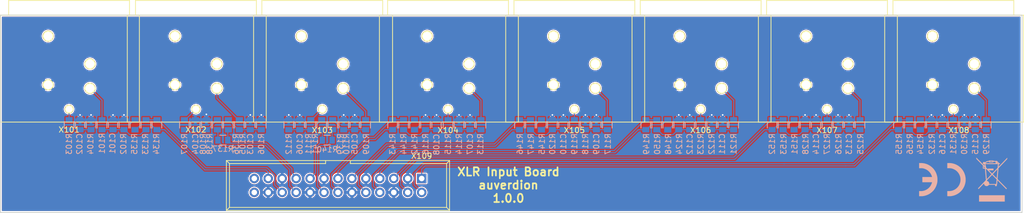
<source format=kicad_pcb>
(kicad_pcb (version 20171130) (host pcbnew "(5.1.0-0)")
  (layers (0 F.Cu signal) (31 B.Cu signal) (34 B.Paste user) (35 F.Paste user) (36 B.SilkS user) (37 F.SilkS user) (38 B.Mask user) (39 F.Mask user) (44 Edge.Cuts user))
  (net 0 "")
  (net 1 GND)
  (net 2 /AIN1+)
  (net 3 /AIN2+)
  (net 4 /AIN3+)
  (net 5 /AIN4+)
  (net 6 /AIN5+)
  (net 7 /AIN6+)
  (net 8 /AIN7+)
  (net 9 /AIN8+)
  (net 10 "Net-(R117-Pad1)")
  (net 11 "Net-(R119-Pad1)")
  (net 12 "Net-(R121-Pad1)")
  (net 13 "Net-(R123-Pad1)")
  (net 14 "Net-(R125-Pad1)")
  (net 15 "Net-(R127-Pad1)")
  (net 16 "Net-(R129-Pad1)")
  (net 17 "Net-(R131-Pad1)")
  (net 18 /AIN1-)
  (net 19 /AIN2-)
  (net 20 /AIN3-)
  (net 21 /AIN4-)
  (net 22 /AIN5-)
  (net 23 /AIN6-)
  (net 24 /AIN7-)
  (net 25 /AIN8-)
  (net 26 "Net-(R101-Pad1)")
  (net 27 "Net-(R103-Pad1)")
  (net 28 "Net-(R105-Pad1)")
  (net 29 "Net-(R107-Pad1)")
  (net 30 "Net-(R109-Pad1)")
  (net 31 "Net-(R111-Pad1)")
  (net 32 "Net-(R113-Pad1)")
  (net 33 "Net-(R115-Pad1)")
  (net 34 "Net-(C101-Pad1)")
  (net 35 "Net-(C102-Pad1)")
  (net 36 "Net-(C103-Pad1)")
  (net 37 "Net-(C104-Pad1)")
  (net 38 "Net-(C105-Pad1)")
  (net 39 "Net-(C106-Pad1)")
  (net 40 "Net-(C107-Pad1)")
  (net 41 "Net-(C108-Pad1)")
  (net 42 "Net-(C109-Pad1)")
  (net 43 "Net-(C110-Pad1)")
  (net 44 "Net-(C111-Pad1)")
  (net 45 "Net-(C112-Pad1)")
  (net 46 "Net-(C113-Pad1)")
  (net 47 "Net-(C114-Pad1)")
  (net 48 "Net-(C115-Pad1)")
  (net 49 "Net-(C116-Pad1)")
  (module Symbol:WEEE-Logo_5.6x8mm_SilkScreen (layer B.Cu) (at 188 -60 180)
    (fp_text reference REF** hide)
    (fp_text value WEEE-Logo_5.6x8mm_SilkScreen hide)
  )
  (module Symbol:CE-Logo_8.5x6mm_SilkScreen (layer B.Cu) (at 179 -60 180)
    (fp_text reference REF** hide)
    (fp_text value CE-Logo_8.5x6mm_SilkScreen hide)
  )
  (module rklib:NC3FAH (layer F.Cu) (at 66.1 -90)
    (fp_text reference X103 (at 0 21) (layer F.SilkS))
    (fp_text value XLR3)
    (pad 1 thru_hole circle (at -3.81 12.7) (size 2 2) (drill 1.6) (layers *.Cu *.Mask F.SilkS) (net 1 GND))
    (pad 2 thru_hole circle (at 3.81 13.335) (size 2 2) (drill 1.6) (layers *.Cu *.Mask F.SilkS) (net 30 "Net-(R109-Pad1)"))
    (pad 3 thru_hole circle (at 0 17.15) (size 1.6 1.6) (drill 1.2) (layers *.Cu *.Mask F.SilkS) (net 31 "Net-(R111-Pad1)"))
    (pad 4 thru_hole circle (at 3.81 8.89) (size 2 2) (drill 1.6) (layers *.Cu *.Mask F.SilkS))
    (pad 5 thru_hole circle (at -3.81 3.81) (size 2 2) (drill 1.6) (layers *.Cu *.Mask F.SilkS))
  )
  (module rklib:C0805-RES (layer B.Cu) (at 26 -70 270)
    (fp_text reference R101 (at 3.4 0 270) (layer B.SilkS) (effects (justify mirror)))
    (fp_text value RES_100R_1%_0.25W_Thin_0805)
    (pad 1 smd rect (at -0.9 0 270) (size 1 1.3) (layers B.Cu B.Paste B.Mask) (net 26 "Net-(R101-Pad1)"))
    (pad 2 smd rect (at 0.9 0 270) (size 1 1.3) (layers B.Cu B.Paste B.Mask) (net 34 "Net-(C101-Pad1)"))
  )
  (module rklib:C0805-RES (layer B.Cu) (at 30 -70 270)
    (fp_text reference R102 (at 3.5 0.1 270) (layer B.SilkS) (effects (justify mirror)))
    (fp_text value RES_100K_1%_0.125W_Thick_0805)
    (pad 2 smd rect (at 0.9 0 270) (size 1 1.3) (layers B.Cu B.Paste B.Mask) (net 34 "Net-(C101-Pad1)"))
    (pad 1 smd rect (at -0.9 0 270) (size 1 1.3) (layers B.Cu B.Paste B.Mask) (net 1 GND))
  )
  (module rklib:C0805-RES (layer B.Cu) (at 20 -70 270)
    (fp_text reference R103 (at 3.5 0 270) (layer B.SilkS) (effects (justify mirror)))
    (fp_text value RES_100R_1%_0.25W_Thin_0805)
    (pad 1 smd rect (at -0.9 0 270) (size 1 1.3) (layers B.Cu B.Paste B.Mask) (net 27 "Net-(R103-Pad1)"))
    (pad 2 smd rect (at 0.9 0 270) (size 1 1.3) (layers B.Cu B.Paste B.Mask) (net 35 "Net-(C102-Pad1)"))
  )
  (module rklib:C0805-RES (layer B.Cu) (at 24 -70 270)
    (fp_text reference R104 (at 3.5 0.1 270) (layer B.SilkS) (effects (justify mirror)))
    (fp_text value RES_100K_1%_0.125W_Thick_0805)
    (pad 2 smd rect (at 0.9 0 270) (size 1 1.3) (layers B.Cu B.Paste B.Mask) (net 35 "Net-(C102-Pad1)"))
    (pad 1 smd rect (at -0.9 0 270) (size 1 1.3) (layers B.Cu B.Paste B.Mask) (net 1 GND))
  )
  (module rklib:C0805-RES (layer B.Cu) (at 51 -70 270)
    (fp_text reference R105 (at 3.5 -0.6 270) (layer B.SilkS) (effects (justify mirror)))
    (fp_text value RES_100R_1%_0.25W_Thin_0805)
    (pad 1 smd rect (at -0.9 0 270) (size 1 1.3) (layers B.Cu B.Paste B.Mask) (net 28 "Net-(R105-Pad1)"))
    (pad 2 smd rect (at 0.9 0 270) (size 1 1.3) (layers B.Cu B.Paste B.Mask) (net 36 "Net-(C103-Pad1)"))
  )
  (module rklib:C0805-RES (layer B.Cu) (at 55 -70 270)
    (fp_text reference R106 (at 3.5 0 270) (layer B.SilkS) (effects (justify mirror)))
    (fp_text value RES_100K_1%_0.125W_Thick_0805)
    (pad 2 smd rect (at 0.9 0 270) (size 1 1.3) (layers B.Cu B.Paste B.Mask) (net 36 "Net-(C103-Pad1)"))
    (pad 1 smd rect (at -0.9 0 270) (size 1 1.3) (layers B.Cu B.Paste B.Mask) (net 1 GND))
  )
  (module rklib:C0805-RES (layer B.Cu) (at 41 -70 270)
    (fp_text reference R107 (at 3.5 0 270) (layer B.SilkS) (effects (justify mirror)))
    (fp_text value RES_100R_1%_0.25W_Thin_0805)
    (pad 1 smd rect (at -0.9 0 270) (size 1 1.3) (layers B.Cu B.Paste B.Mask) (net 29 "Net-(R107-Pad1)"))
    (pad 2 smd rect (at 0.9 0 270) (size 1 1.3) (layers B.Cu B.Paste B.Mask) (net 37 "Net-(C104-Pad1)"))
  )
  (module rklib:C0805-RES (layer B.Cu) (at 45 -70 270)
    (fp_text reference R108 (at 3.5 0.6 270) (layer B.SilkS) (effects (justify mirror)))
    (fp_text value RES_100K_1%_0.125W_Thick_0805)
    (pad 2 smd rect (at 0.9 0 270) (size 1 1.3) (layers B.Cu B.Paste B.Mask) (net 37 "Net-(C104-Pad1)"))
    (pad 1 smd rect (at -0.9 0 270) (size 1 1.3) (layers B.Cu B.Paste B.Mask) (net 1 GND))
  )
  (module rklib:C0805-RES (layer B.Cu) (at 74 -70 270)
    (fp_text reference R109 (at 3.5 -0.1 270) (layer B.SilkS) (effects (justify mirror)))
    (fp_text value RES_100R_1%_0.25W_Thin_0805)
    (pad 1 smd rect (at -0.9 0 270) (size 1 1.3) (layers B.Cu B.Paste B.Mask) (net 30 "Net-(R109-Pad1)"))
    (pad 2 smd rect (at 0.9 0 270) (size 1 1.3) (layers B.Cu B.Paste B.Mask) (net 38 "Net-(C105-Pad1)"))
  )
  (module rklib:C0805-RES (layer B.Cu) (at 70 -70 270)
    (fp_text reference R110 (at 3.5 -0.5 270) (layer B.SilkS) (effects (justify mirror)))
    (fp_text value RES_100K_1%_0.125W_Thick_0805)
    (pad 2 smd rect (at 0.9 0 270) (size 1 1.3) (layers B.Cu B.Paste B.Mask) (net 38 "Net-(C105-Pad1)"))
    (pad 1 smd rect (at -0.9 0 270) (size 1 1.3) (layers B.Cu B.Paste B.Mask) (net 1 GND))
  )
  (module rklib:C0805-RES (layer B.Cu) (at 64 -70 270)
    (fp_text reference R111 (at 3.5 0.4 270) (layer B.SilkS) (effects (justify mirror)))
    (fp_text value RES_100R_1%_0.25W_Thin_0805)
    (pad 1 smd rect (at -0.9 0 270) (size 1 1.3) (layers B.Cu B.Paste B.Mask) (net 31 "Net-(R111-Pad1)"))
    (pad 2 smd rect (at 0.9 0 270) (size 1 1.3) (layers B.Cu B.Paste B.Mask) (net 39 "Net-(C106-Pad1)"))
  )
  (module rklib:C0805-RES (layer B.Cu) (at 60 -70 270)
    (fp_text reference R112 (at 3.5 0 270) (layer B.SilkS) (effects (justify mirror)))
    (fp_text value RES_100K_1%_0.125W_Thick_0805)
    (pad 2 smd rect (at 0.9 0 270) (size 1 1.3) (layers B.Cu B.Paste B.Mask) (net 39 "Net-(C106-Pad1)"))
    (pad 1 smd rect (at -0.9 0 270) (size 1 1.3) (layers B.Cu B.Paste B.Mask) (net 1 GND))
  )
  (module rklib:C0805-RES (layer B.Cu) (at 95 -70 270)
    (fp_text reference R113 (at 3.5 0.1 270) (layer B.SilkS) (effects (justify mirror)))
    (fp_text value RES_100R_1%_0.25W_Thin_0805)
    (pad 1 smd rect (at -0.9 0 270) (size 1 1.3) (layers B.Cu B.Paste B.Mask) (net 32 "Net-(R113-Pad1)"))
    (pad 2 smd rect (at 0.9 0 270) (size 1 1.3) (layers B.Cu B.Paste B.Mask) (net 40 "Net-(C107-Pad1)"))
  )
  (module rklib:C0805-RES (layer B.Cu) (at 91 -70 270)
    (fp_text reference R114 (at 3.5 0 270) (layer B.SilkS) (effects (justify mirror)))
    (fp_text value RES_100K_1%_0.125W_Thick_0805)
    (pad 2 smd rect (at 0.9 0 270) (size 1 1.3) (layers B.Cu B.Paste B.Mask) (net 40 "Net-(C107-Pad1)"))
    (pad 1 smd rect (at -0.9 0 270) (size 1 1.3) (layers B.Cu B.Paste B.Mask) (net 1 GND))
  )
  (module rklib:C0805-RES (layer B.Cu) (at 89 -70 270)
    (fp_text reference R115 (at 3.5 0 270) (layer B.SilkS) (effects (justify mirror)))
    (fp_text value RES_100R_1%_0.25W_Thin_0805)
    (pad 1 smd rect (at -0.9 0 270) (size 1 1.3) (layers B.Cu B.Paste B.Mask) (net 33 "Net-(R115-Pad1)"))
    (pad 2 smd rect (at 0.9 0 270) (size 1 1.3) (layers B.Cu B.Paste B.Mask) (net 41 "Net-(C108-Pad1)"))
  )
  (module rklib:C0805-RES (layer B.Cu) (at 84.9 -70 270)
    (fp_text reference R116 (at 3.5 0 270) (layer B.SilkS) (effects (justify mirror)))
    (fp_text value RES_100K_1%_0.125W_Thick_0805)
    (pad 2 smd rect (at 0.9 0 270) (size 1 1.3) (layers B.Cu B.Paste B.Mask) (net 41 "Net-(C108-Pad1)"))
    (pad 1 smd rect (at -0.9 0 270) (size 1 1.3) (layers B.Cu B.Paste B.Mask) (net 1 GND))
  )
  (module rklib:IDC26 (layer F.Cu) (at 84.2 -60.2 180)
    (fp_text reference X109 (at 0 4.1 180) (layer F.SilkS))
    (fp_text value CON_IDC26)
    (pad 26 thru_hole oval (at 30.48 -2.54 180) (size 1.7272 1.7272) (drill 1.016) (layers *.Cu *.Mask))
    (pad 25 thru_hole oval (at 30.48 0 180) (size 1.7272 1.7272) (drill 1.016) (layers *.Cu *.Mask))
    (pad 24 thru_hole oval (at 27.94 -2.54 180) (size 1.7272 1.7272) (drill 1.016) (layers *.Cu *.Mask) (net 1 GND))
    (pad 23 thru_hole oval (at 27.94 0 180) (size 1.7272 1.7272) (drill 1.016) (layers *.Cu *.Mask) (net 18 /AIN1-))
    (pad 22 thru_hole oval (at 25.4 -2.54 180) (size 1.7272 1.7272) (drill 1.016) (layers *.Cu *.Mask) (net 2 /AIN1+))
    (pad 21 thru_hole oval (at 25.4 0 180) (size 1.7272 1.7272) (drill 1.016) (layers *.Cu *.Mask) (net 1 GND))
    (pad 20 thru_hole oval (at 22.86 -2.54 180) (size 1.7272 1.7272) (drill 1.016) (layers *.Cu *.Mask) (net 19 /AIN2-))
    (pad 19 thru_hole oval (at 22.86 0 180) (size 1.7272 1.7272) (drill 1.016) (layers *.Cu *.Mask) (net 3 /AIN2+))
    (pad 18 thru_hole oval (at 20.32 -2.54 180) (size 1.7272 1.7272) (drill 1.016) (layers *.Cu *.Mask) (net 1 GND))
    (pad 17 thru_hole oval (at 20.32 0 180) (size 1.7272 1.7272) (drill 1.016) (layers *.Cu *.Mask) (net 20 /AIN3-))
    (pad 16 thru_hole oval (at 17.78 -2.54 180) (size 1.7272 1.7272) (drill 1.016) (layers *.Cu *.Mask) (net 4 /AIN3+))
    (pad 15 thru_hole oval (at 17.78 0 180) (size 1.7272 1.7272) (drill 1.016) (layers *.Cu *.Mask) (net 1 GND))
    (pad 14 thru_hole oval (at 15.24 -2.54 180) (size 1.7272 1.7272) (drill 1.016) (layers *.Cu *.Mask) (net 21 /AIN4-))
    (pad 13 thru_hole oval (at 15.24 0 180) (size 1.7272 1.7272) (drill 1.016) (layers *.Cu *.Mask) (net 5 /AIN4+))
    (pad 12 thru_hole oval (at 12.7 -2.54 180) (size 1.7272 1.7272) (drill 1.016) (layers *.Cu *.Mask) (net 1 GND))
    (pad 11 thru_hole oval (at 12.7 0 180) (size 1.7272 1.7272) (drill 1.016) (layers *.Cu *.Mask) (net 22 /AIN5-))
    (pad 10 thru_hole oval (at 10.16 -2.54 180) (size 1.7272 1.7272) (drill 1.016) (layers *.Cu *.Mask) (net 6 /AIN5+))
    (pad 9 thru_hole oval (at 10.16 0 180) (size 1.7272 1.7272) (drill 1.016) (layers *.Cu *.Mask) (net 1 GND))
    (pad 8 thru_hole oval (at 7.62 -2.54 180) (size 1.7272 1.7272) (drill 1.016) (layers *.Cu *.Mask) (net 23 /AIN6-))
    (pad 7 thru_hole oval (at 7.62 0 180) (size 1.7272 1.7272) (drill 1.016) (layers *.Cu *.Mask) (net 7 /AIN6+))
    (pad 6 thru_hole oval (at 5.08 -2.54 180) (size 1.7272 1.7272) (drill 1.016) (layers *.Cu *.Mask) (net 1 GND))
    (pad 5 thru_hole oval (at 5.08 0 180) (size 1.7272 1.7272) (drill 1.016) (layers *.Cu *.Mask) (net 24 /AIN7-))
    (pad 4 thru_hole oval (at 2.54 -2.54 180) (size 1.7272 1.7272) (drill 1.016) (layers *.Cu *.Mask) (net 8 /AIN7+))
    (pad 3 thru_hole oval (at 2.54 0 180) (size 1.7272 1.7272) (drill 1.016) (layers *.Cu *.Mask) (net 1 GND))
    (pad 2 thru_hole oval (at 0 -2.54 180) (size 1.7272 1.7272) (drill 1.016) (layers *.Cu *.Mask) (net 25 /AIN8-))
    (pad 1 thru_hole rect (at 0 0 180) (size 1.7272 1.7272) (drill 1.016) (layers *.Cu *.Mask) (net 9 /AIN8+))
  )
  (module rklib:NC3FAH (layer F.Cu) (at 20 -90)
    (fp_text reference X101 (at 0 20.9) (layer F.SilkS))
    (fp_text value XLR3)
    (pad 1 thru_hole circle (at -3.81 12.7) (size 2 2) (drill 1.6) (layers *.Cu *.Mask F.SilkS) (net 1 GND))
    (pad 2 thru_hole circle (at 3.81 13.335) (size 2 2) (drill 1.6) (layers *.Cu *.Mask F.SilkS) (net 26 "Net-(R101-Pad1)"))
    (pad 3 thru_hole circle (at 0 17.15) (size 1.6 1.6) (drill 1.2) (layers *.Cu *.Mask F.SilkS) (net 27 "Net-(R103-Pad1)"))
    (pad 4 thru_hole circle (at 3.81 8.89) (size 2 2) (drill 1.6) (layers *.Cu *.Mask F.SilkS))
    (pad 5 thru_hole circle (at -3.81 3.81) (size 2 2) (drill 1.6) (layers *.Cu *.Mask F.SilkS))
  )
  (module rklib:NC3FAH (layer F.Cu) (at 43.1 -90)
    (fp_text reference X102 (at 0 20.9) (layer F.SilkS))
    (fp_text value XLR3)
    (pad 5 thru_hole circle (at -3.81 3.81) (size 2 2) (drill 1.6) (layers *.Cu *.Mask F.SilkS))
    (pad 4 thru_hole circle (at 3.81 8.89) (size 2 2) (drill 1.6) (layers *.Cu *.Mask F.SilkS))
    (pad 3 thru_hole circle (at 0 17.15) (size 1.6 1.6) (drill 1.2) (layers *.Cu *.Mask F.SilkS) (net 29 "Net-(R107-Pad1)"))
    (pad 2 thru_hole circle (at 3.81 13.335) (size 2 2) (drill 1.6) (layers *.Cu *.Mask F.SilkS) (net 28 "Net-(R105-Pad1)"))
    (pad 1 thru_hole circle (at -3.81 12.7) (size 2 2) (drill 1.6) (layers *.Cu *.Mask F.SilkS) (net 1 GND))
  )
  (module rklib:NC3FAH (layer F.Cu) (at 89 -90)
    (fp_text reference X104 (at 0 21) (layer F.SilkS))
    (fp_text value XLR3)
    (pad 5 thru_hole circle (at -3.81 3.81) (size 2 2) (drill 1.6) (layers *.Cu *.Mask F.SilkS))
    (pad 4 thru_hole circle (at 3.81 8.89) (size 2 2) (drill 1.6) (layers *.Cu *.Mask F.SilkS))
    (pad 3 thru_hole circle (at 0 17.15) (size 1.6 1.6) (drill 1.2) (layers *.Cu *.Mask F.SilkS) (net 33 "Net-(R115-Pad1)"))
    (pad 2 thru_hole circle (at 3.81 13.335) (size 2 2) (drill 1.6) (layers *.Cu *.Mask F.SilkS) (net 32 "Net-(R113-Pad1)"))
    (pad 1 thru_hole circle (at -3.81 12.7) (size 2 2) (drill 1.6) (layers *.Cu *.Mask F.SilkS) (net 1 GND))
  )
  (module rklib:NC3FAH (layer F.Cu) (at 112 -90)
    (fp_text reference X105 (at 0 21) (layer F.SilkS))
    (fp_text value XLR3)
    (pad 1 thru_hole circle (at -3.81 12.7) (size 2 2) (drill 1.6) (layers *.Cu *.Mask F.SilkS) (net 1 GND))
    (pad 2 thru_hole circle (at 3.81 13.335) (size 2 2) (drill 1.6) (layers *.Cu *.Mask F.SilkS) (net 10 "Net-(R117-Pad1)"))
    (pad 3 thru_hole circle (at 0 17.15) (size 1.6 1.6) (drill 1.2) (layers *.Cu *.Mask F.SilkS) (net 11 "Net-(R119-Pad1)"))
    (pad 4 thru_hole circle (at 3.81 8.89) (size 2 2) (drill 1.6) (layers *.Cu *.Mask F.SilkS))
    (pad 5 thru_hole circle (at -3.81 3.81) (size 2 2) (drill 1.6) (layers *.Cu *.Mask F.SilkS))
  )
  (module rklib:NC3FAH (layer F.Cu) (at 135 -90)
    (fp_text reference X106 (at 0 21) (layer F.SilkS))
    (fp_text value XLR3)
    (pad 5 thru_hole circle (at -3.81 3.81) (size 2 2) (drill 1.6) (layers *.Cu *.Mask F.SilkS))
    (pad 4 thru_hole circle (at 3.81 8.89) (size 2 2) (drill 1.6) (layers *.Cu *.Mask F.SilkS))
    (pad 3 thru_hole circle (at 0 17.15) (size 1.6 1.6) (drill 1.2) (layers *.Cu *.Mask F.SilkS) (net 13 "Net-(R123-Pad1)"))
    (pad 2 thru_hole circle (at 3.81 13.335) (size 2 2) (drill 1.6) (layers *.Cu *.Mask F.SilkS) (net 12 "Net-(R121-Pad1)"))
    (pad 1 thru_hole circle (at -3.81 12.7) (size 2 2) (drill 1.6) (layers *.Cu *.Mask F.SilkS) (net 1 GND))
  )
  (module rklib:NC3FAH (layer F.Cu) (at 158 -90)
    (fp_text reference X107 (at 0 21) (layer F.SilkS))
    (fp_text value XLR3)
    (pad 1 thru_hole circle (at -3.81 12.7) (size 2 2) (drill 1.6) (layers *.Cu *.Mask F.SilkS) (net 1 GND))
    (pad 2 thru_hole circle (at 3.81 13.335) (size 2 2) (drill 1.6) (layers *.Cu *.Mask F.SilkS) (net 14 "Net-(R125-Pad1)"))
    (pad 3 thru_hole circle (at 0 17.15) (size 1.6 1.6) (drill 1.2) (layers *.Cu *.Mask F.SilkS) (net 15 "Net-(R127-Pad1)"))
    (pad 4 thru_hole circle (at 3.81 8.89) (size 2 2) (drill 1.6) (layers *.Cu *.Mask F.SilkS))
    (pad 5 thru_hole circle (at -3.81 3.81) (size 2 2) (drill 1.6) (layers *.Cu *.Mask F.SilkS))
  )
  (module rklib:NC3FAH (layer F.Cu) (at 181 -90)
    (fp_text reference X108 (at 1 21) (layer F.SilkS))
    (fp_text value XLR3)
    (pad 5 thru_hole circle (at -3.81 3.81) (size 2 2) (drill 1.6) (layers *.Cu *.Mask F.SilkS))
    (pad 4 thru_hole circle (at 3.81 8.89) (size 2 2) (drill 1.6) (layers *.Cu *.Mask F.SilkS))
    (pad 3 thru_hole circle (at 0 17.15) (size 1.6 1.6) (drill 1.2) (layers *.Cu *.Mask F.SilkS) (net 17 "Net-(R131-Pad1)"))
    (pad 2 thru_hole circle (at 3.81 13.335) (size 2 2) (drill 1.6) (layers *.Cu *.Mask F.SilkS) (net 16 "Net-(R129-Pad1)"))
    (pad 1 thru_hole circle (at -3.81 12.7) (size 2 2) (drill 1.6) (layers *.Cu *.Mask F.SilkS) (net 1 GND))
  )
  (module rklib:C0805-X7R (layer B.Cu) (at 28 -70 90)
    (fp_text reference C101 (at -3.4 -0.1 90) (layer B.SilkS) (effects (justify mirror)))
    (fp_text value CAP_100p_50V_C0G_NP0_0805)
    (pad 1 smd rect (at -0.9 0 90) (size 1 1.3) (layers B.Cu B.Paste B.Mask) (net 34 "Net-(C101-Pad1)"))
    (pad 2 smd rect (at 0.9 0 90) (size 1 1.3) (layers B.Cu B.Paste B.Mask) (net 1 GND))
  )
  (module rklib:C0805-X7R (layer B.Cu) (at 22 -70 90)
    (fp_text reference C102 (at -3.5 -0.1 90) (layer B.SilkS) (effects (justify mirror)))
    (fp_text value CAP_100p_50V_C0G_NP0_0805)
    (pad 2 smd rect (at 0.9 0 90) (size 1 1.3) (layers B.Cu B.Paste B.Mask) (net 1 GND))
    (pad 1 smd rect (at -0.9 0 90) (size 1 1.3) (layers B.Cu B.Paste B.Mask) (net 35 "Net-(C102-Pad1)"))
  )
  (module rklib:C0805-X7R (layer B.Cu) (at 53 -70 90)
    (fp_text reference C103 (at -3.5 0 90) (layer B.SilkS) (effects (justify mirror)))
    (fp_text value CAP_100p_50V_C0G_NP0_0805)
    (pad 2 smd rect (at 0.9 0 90) (size 1 1.3) (layers B.Cu B.Paste B.Mask) (net 1 GND))
    (pad 1 smd rect (at -0.9 0 90) (size 1 1.3) (layers B.Cu B.Paste B.Mask) (net 36 "Net-(C103-Pad1)"))
  )
  (module rklib:C0805-X7R (layer B.Cu) (at 43 -70 90)
    (fp_text reference C104 (at -3.5 0 90) (layer B.SilkS) (effects (justify mirror)))
    (fp_text value CAP_100p_50V_C0G_NP0_0805)
    (pad 1 smd rect (at -0.9 0 90) (size 1 1.3) (layers B.Cu B.Paste B.Mask) (net 37 "Net-(C104-Pad1)"))
    (pad 2 smd rect (at 0.9 0 90) (size 1 1.3) (layers B.Cu B.Paste B.Mask) (net 1 GND))
  )
  (module rklib:C0805-X7R (layer B.Cu) (at 72 -70 90)
    (fp_text reference C105 (at -3.5 0 90) (layer B.SilkS) (effects (justify mirror)))
    (fp_text value CAP_100p_50V_C0G_NP0_0805)
    (pad 2 smd rect (at 0.9 0 90) (size 1 1.3) (layers B.Cu B.Paste B.Mask) (net 1 GND))
    (pad 1 smd rect (at -0.9 0 90) (size 1 1.3) (layers B.Cu B.Paste B.Mask) (net 38 "Net-(C105-Pad1)"))
  )
  (module rklib:C0805-X7R (layer B.Cu) (at 62 -70 90)
    (fp_text reference C106 (at -3.5 0 90) (layer B.SilkS) (effects (justify mirror)))
    (fp_text value CAP_100p_50V_C0G_NP0_0805)
    (pad 2 smd rect (at 0.9 0 90) (size 1 1.3) (layers B.Cu B.Paste B.Mask) (net 1 GND))
    (pad 1 smd rect (at -0.9 0 90) (size 1 1.3) (layers B.Cu B.Paste B.Mask) (net 39 "Net-(C106-Pad1)"))
  )
  (module rklib:C0805-X7R (layer B.Cu) (at 93 -70 90)
    (fp_text reference C107 (at -3.5 0 90) (layer B.SilkS) (effects (justify mirror)))
    (fp_text value CAP_100p_50V_C0G_NP0_0805)
    (pad 1 smd rect (at -0.9 0 90) (size 1 1.3) (layers B.Cu B.Paste B.Mask) (net 40 "Net-(C107-Pad1)"))
    (pad 2 smd rect (at 0.9 0 90) (size 1 1.3) (layers B.Cu B.Paste B.Mask) (net 1 GND))
  )
  (module rklib:C0805-X7R (layer B.Cu) (at 86.9 -70 90)
    (fp_text reference C108 (at -3.6 0 90) (layer B.SilkS) (effects (justify mirror)))
    (fp_text value CAP_100p_50V_C0G_NP0_0805)
    (pad 1 smd rect (at -0.9 0 90) (size 1 1.3) (layers B.Cu B.Paste B.Mask) (net 41 "Net-(C108-Pad1)"))
    (pad 2 smd rect (at 0.9 0 90) (size 1 1.3) (layers B.Cu B.Paste B.Mask) (net 1 GND))
  )
  (module rklib:C0805-X7R (layer B.Cu) (at 116 -70 90)
    (fp_text reference C109 (at -3.5 0 90) (layer B.SilkS) (effects (justify mirror)))
    (fp_text value CAP_100p_50V_C0G_NP0_0805)
    (pad 2 smd rect (at 0.9 0 90) (size 1 1.3) (layers B.Cu B.Paste B.Mask) (net 1 GND))
    (pad 1 smd rect (at -0.9 0 90) (size 1 1.3) (layers B.Cu B.Paste B.Mask) (net 42 "Net-(C109-Pad1)"))
  )
  (module rklib:C0805-X7R (layer B.Cu) (at 110 -70 90)
    (fp_text reference C110 (at -3.5 0 90) (layer B.SilkS) (effects (justify mirror)))
    (fp_text value CAP_100p_50V_C0G_NP0_0805)
    (pad 2 smd rect (at 0.9 0 90) (size 1 1.3) (layers B.Cu B.Paste B.Mask) (net 1 GND))
    (pad 1 smd rect (at -0.9 0 90) (size 1 1.3) (layers B.Cu B.Paste B.Mask) (net 43 "Net-(C110-Pad1)"))
  )
  (module rklib:C0805-X7R (layer B.Cu) (at 139 -70 90)
    (fp_text reference C111 (at -3.5 -0.1 90) (layer B.SilkS) (effects (justify mirror)))
    (fp_text value CAP_100p_50V_C0G_NP0_0805)
    (pad 1 smd rect (at -0.9 0 90) (size 1 1.3) (layers B.Cu B.Paste B.Mask) (net 44 "Net-(C111-Pad1)"))
    (pad 2 smd rect (at 0.9 0 90) (size 1 1.3) (layers B.Cu B.Paste B.Mask) (net 1 GND))
  )
  (module rklib:C0805-X7R (layer B.Cu) (at 133 -70 90)
    (fp_text reference C112 (at -3.5 0 90) (layer B.SilkS) (effects (justify mirror)))
    (fp_text value CAP_100p_50V_C0G_NP0_0805)
    (pad 1 smd rect (at -0.9 0 90) (size 1 1.3) (layers B.Cu B.Paste B.Mask) (net 45 "Net-(C112-Pad1)"))
    (pad 2 smd rect (at 0.9 0 90) (size 1 1.3) (layers B.Cu B.Paste B.Mask) (net 1 GND))
  )
  (module rklib:C0805-X7R (layer B.Cu) (at 162 -70 90)
    (fp_text reference C113 (at -3.5 0 90) (layer B.SilkS) (effects (justify mirror)))
    (fp_text value CAP_100p_50V_C0G_NP0_0805)
    (pad 2 smd rect (at 0.9 0 90) (size 1 1.3) (layers B.Cu B.Paste B.Mask) (net 1 GND))
    (pad 1 smd rect (at -0.9 0 90) (size 1 1.3) (layers B.Cu B.Paste B.Mask) (net 46 "Net-(C113-Pad1)"))
  )
  (module rklib:C0805-X7R (layer B.Cu) (at 156 -70 90)
    (fp_text reference C114 (at -3.5 0 90) (layer B.SilkS) (effects (justify mirror)))
    (fp_text value CAP_100p_50V_C0G_NP0_0805)
    (pad 1 smd rect (at -0.9 0 90) (size 1 1.3) (layers B.Cu B.Paste B.Mask) (net 47 "Net-(C114-Pad1)"))
    (pad 2 smd rect (at 0.9 0 90) (size 1 1.3) (layers B.Cu B.Paste B.Mask) (net 1 GND))
  )
  (module rklib:C0805-X7R (layer B.Cu) (at 185 -70 90)
    (fp_text reference C115 (at -3.5 0 90) (layer B.SilkS) (effects (justify mirror)))
    (fp_text value CAP_100p_50V_C0G_NP0_0805)
    (pad 1 smd rect (at -0.9 0 90) (size 1 1.3) (layers B.Cu B.Paste B.Mask) (net 48 "Net-(C115-Pad1)"))
    (pad 2 smd rect (at 0.9 0 90) (size 1 1.3) (layers B.Cu B.Paste B.Mask) (net 1 GND))
  )
  (module rklib:C0805-X7R (layer B.Cu) (at 179 -70 90)
    (fp_text reference C116 (at -3.5 0 90) (layer B.SilkS) (effects (justify mirror)))
    (fp_text value CAP_100p_50V_C0G_NP0_0805)
    (pad 2 smd rect (at 0.9 0 90) (size 1 1.3) (layers B.Cu B.Paste B.Mask) (net 1 GND))
    (pad 1 smd rect (at -0.9 0 90) (size 1 1.3) (layers B.Cu B.Paste B.Mask) (net 49 "Net-(C116-Pad1)"))
  )
  (module rklib:C0805-RES (layer B.Cu) (at 118 -70 270)
    (fp_text reference R117 (at 3.5 -0.1 270) (layer B.SilkS) (effects (justify mirror)))
    (fp_text value RES_100R_1%_0.25W_Thin_0805)
    (pad 1 smd rect (at -0.9 0 270) (size 1 1.3) (layers B.Cu B.Paste B.Mask) (net 10 "Net-(R117-Pad1)"))
    (pad 2 smd rect (at 0.9 0 270) (size 1 1.3) (layers B.Cu B.Paste B.Mask) (net 42 "Net-(C109-Pad1)"))
  )
  (module rklib:C0805-RES (layer B.Cu) (at 114 -70 270)
    (fp_text reference R118 (at 3.5 0 270) (layer B.SilkS) (effects (justify mirror)))
    (fp_text value RES_100K_1%_0.125W_Thick_0805)
    (pad 2 smd rect (at 0.9 0 270) (size 1 1.3) (layers B.Cu B.Paste B.Mask) (net 42 "Net-(C109-Pad1)"))
    (pad 1 smd rect (at -0.9 0 270) (size 1 1.3) (layers B.Cu B.Paste B.Mask) (net 1 GND))
  )
  (module rklib:C0805-RES (layer B.Cu) (at 112 -70 270)
    (fp_text reference R119 (at 3.5 0 270) (layer B.SilkS) (effects (justify mirror)))
    (fp_text value RES_100R_1%_0.25W_Thin_0805)
    (pad 1 smd rect (at -0.9 0 270) (size 1 1.3) (layers B.Cu B.Paste B.Mask) (net 11 "Net-(R119-Pad1)"))
    (pad 2 smd rect (at 0.9 0 270) (size 1 1.3) (layers B.Cu B.Paste B.Mask) (net 43 "Net-(C110-Pad1)"))
  )
  (module rklib:C0805-RES (layer B.Cu) (at 108 -70 270)
    (fp_text reference R120 (at 3.5 0 270) (layer B.SilkS) (effects (justify mirror)))
    (fp_text value RES_100K_1%_0.125W_Thick_0805)
    (pad 2 smd rect (at 0.9 0 270) (size 1 1.3) (layers B.Cu B.Paste B.Mask) (net 43 "Net-(C110-Pad1)"))
    (pad 1 smd rect (at -0.9 0 270) (size 1 1.3) (layers B.Cu B.Paste B.Mask) (net 1 GND))
  )
  (module rklib:C0805-RES (layer B.Cu) (at 141 -70 270)
    (fp_text reference R121 (at 3.5 0 270) (layer B.SilkS) (effects (justify mirror)))
    (fp_text value RES_100R_1%_0.25W_Thin_0805)
    (pad 1 smd rect (at -0.9 0 270) (size 1 1.3) (layers B.Cu B.Paste B.Mask) (net 12 "Net-(R121-Pad1)"))
    (pad 2 smd rect (at 0.9 0 270) (size 1 1.3) (layers B.Cu B.Paste B.Mask) (net 44 "Net-(C111-Pad1)"))
  )
  (module rklib:C0805-RES (layer B.Cu) (at 137 -70 270)
    (fp_text reference R122 (at 3.5 0 270) (layer B.SilkS) (effects (justify mirror)))
    (fp_text value RES_100K_1%_0.125W_Thick_0805)
    (pad 2 smd rect (at 0.9 0 270) (size 1 1.3) (layers B.Cu B.Paste B.Mask) (net 44 "Net-(C111-Pad1)"))
    (pad 1 smd rect (at -0.9 0 270) (size 1 1.3) (layers B.Cu B.Paste B.Mask) (net 1 GND))
  )
  (module rklib:C0805-RES (layer B.Cu) (at 135 -70 270)
    (fp_text reference R123 (at 3.5 0 270) (layer B.SilkS) (effects (justify mirror)))
    (fp_text value RES_100R_1%_0.25W_Thin_0805)
    (pad 1 smd rect (at -0.9 0 270) (size 1 1.3) (layers B.Cu B.Paste B.Mask) (net 13 "Net-(R123-Pad1)"))
    (pad 2 smd rect (at 0.9 0 270) (size 1 1.3) (layers B.Cu B.Paste B.Mask) (net 45 "Net-(C112-Pad1)"))
  )
  (module rklib:C0805-RES (layer B.Cu) (at 131 -70 270)
    (fp_text reference R124 (at 3.5 -0.1 270) (layer B.SilkS) (effects (justify mirror)))
    (fp_text value RES_100K_1%_0.125W_Thick_0805)
    (pad 2 smd rect (at 0.9 0 270) (size 1 1.3) (layers B.Cu B.Paste B.Mask) (net 45 "Net-(C112-Pad1)"))
    (pad 1 smd rect (at -0.9 0 270) (size 1 1.3) (layers B.Cu B.Paste B.Mask) (net 1 GND))
  )
  (module rklib:C0805-RES (layer B.Cu) (at 164 -70 270)
    (fp_text reference R125 (at 3.5 -0.1 270) (layer B.SilkS) (effects (justify mirror)))
    (fp_text value RES_100R_1%_0.25W_Thin_0805)
    (pad 1 smd rect (at -0.9 0 270) (size 1 1.3) (layers B.Cu B.Paste B.Mask) (net 14 "Net-(R125-Pad1)"))
    (pad 2 smd rect (at 0.9 0 270) (size 1 1.3) (layers B.Cu B.Paste B.Mask) (net 46 "Net-(C113-Pad1)"))
  )
  (module rklib:C0805-RES (layer B.Cu) (at 160 -70 270)
    (fp_text reference R126 (at 3.5 -0.1 270) (layer B.SilkS) (effects (justify mirror)))
    (fp_text value RES_100K_1%_0.125W_Thick_0805)
    (pad 2 smd rect (at 0.9 0 270) (size 1 1.3) (layers B.Cu B.Paste B.Mask) (net 46 "Net-(C113-Pad1)"))
    (pad 1 smd rect (at -0.9 0 270) (size 1 1.3) (layers B.Cu B.Paste B.Mask) (net 1 GND))
  )
  (module rklib:C0805-RES (layer B.Cu) (at 158 -70 270)
    (fp_text reference R127 (at 3.5 0 270) (layer B.SilkS) (effects (justify mirror)))
    (fp_text value RES_100R_1%_0.25W_Thin_0805)
    (pad 1 smd rect (at -0.9 0 270) (size 1 1.3) (layers B.Cu B.Paste B.Mask) (net 15 "Net-(R127-Pad1)"))
    (pad 2 smd rect (at 0.9 0 270) (size 1 1.3) (layers B.Cu B.Paste B.Mask) (net 47 "Net-(C114-Pad1)"))
  )
  (module rklib:C0805-RES (layer B.Cu) (at 154 -70 270)
    (fp_text reference R128 (at 3.5 -0.1 270) (layer B.SilkS) (effects (justify mirror)))
    (fp_text value RES_100K_1%_0.125W_Thick_0805)
    (pad 2 smd rect (at 0.9 0 270) (size 1 1.3) (layers B.Cu B.Paste B.Mask) (net 47 "Net-(C114-Pad1)"))
    (pad 1 smd rect (at -0.9 0 270) (size 1 1.3) (layers B.Cu B.Paste B.Mask) (net 1 GND))
  )
  (module rklib:C0805-RES (layer B.Cu) (at 187 -70 270)
    (fp_text reference R129 (at 3.5 0 270) (layer B.SilkS) (effects (justify mirror)))
    (fp_text value RES_100R_1%_0.25W_Thin_0805)
    (pad 1 smd rect (at -0.9 0 270) (size 1 1.3) (layers B.Cu B.Paste B.Mask) (net 16 "Net-(R129-Pad1)"))
    (pad 2 smd rect (at 0.9 0 270) (size 1 1.3) (layers B.Cu B.Paste B.Mask) (net 48 "Net-(C115-Pad1)"))
  )
  (module rklib:C0805-RES (layer B.Cu) (at 183 -70 270)
    (fp_text reference R130 (at 3.5 0 270) (layer B.SilkS) (effects (justify mirror)))
    (fp_text value RES_100K_1%_0.125W_Thick_0805)
    (pad 2 smd rect (at 0.9 0 270) (size 1 1.3) (layers B.Cu B.Paste B.Mask) (net 48 "Net-(C115-Pad1)"))
    (pad 1 smd rect (at -0.9 0 270) (size 1 1.3) (layers B.Cu B.Paste B.Mask) (net 1 GND))
  )
  (module rklib:C0805-RES (layer B.Cu) (at 181 -70 270)
    (fp_text reference R131 (at 3.5 0 270) (layer B.SilkS) (effects (justify mirror)))
    (fp_text value RES_100R_1%_0.25W_Thin_0805)
    (pad 1 smd rect (at -0.9 0 270) (size 1 1.3) (layers B.Cu B.Paste B.Mask) (net 17 "Net-(R131-Pad1)"))
    (pad 2 smd rect (at 0.9 0 270) (size 1 1.3) (layers B.Cu B.Paste B.Mask) (net 49 "Net-(C116-Pad1)"))
  )
  (module rklib:C0805-RES (layer B.Cu) (at 177 -70 270)
    (fp_text reference R132 (at 3.5 -0.1 270) (layer B.SilkS) (effects (justify mirror)))
    (fp_text value RES_100K_1%_0.125W_Thick_0805)
    (pad 2 smd rect (at 0.9 0 270) (size 1 1.3) (layers B.Cu B.Paste B.Mask) (net 49 "Net-(C116-Pad1)"))
    (pad 1 smd rect (at -0.9 0 270) (size 1 1.3) (layers B.Cu B.Paste B.Mask) (net 1 GND))
  )
  (module rklib:C0805-RES (layer B.Cu) (at 34 -70 90)
    (fp_text reference R133 (at -3.5 -0.1 90) (layer B.SilkS) (effects (justify mirror)))
    (fp_text value RES_7K87_0.5%_0.100W_Thin_0805)
    (pad 1 smd rect (at -0.9 0 90) (size 1 1.3) (layers B.Cu B.Paste B.Mask) (net 34 "Net-(C101-Pad1)"))
    (pad 2 smd rect (at 0.9 0 90) (size 1 1.3) (layers B.Cu B.Paste B.Mask) (net 2 /AIN1+))
  )
  (module rklib:C0805-RES (layer B.Cu) (at 36 -70 90)
    (fp_text reference R134 (at -3.5 -0.1 90) (layer B.SilkS) (effects (justify mirror)))
    (fp_text value RES_5K11_0.5%_0.100W_Thin_0805)
    (pad 1 smd rect (at -0.9 0 90) (size 1 1.3) (layers B.Cu B.Paste B.Mask) (net 18 /AIN1-))
    (pad 2 smd rect (at 0.9 0 90) (size 1 1.3) (layers B.Cu B.Paste B.Mask) (net 2 /AIN1+))
  )
  (module rklib:C0805-RES (layer B.Cu) (at 32 -70 270)
    (fp_text reference R135 (at 3.5 0.1 270) (layer B.SilkS) (effects (justify mirror)))
    (fp_text value RES_7K87_0.5%_0.100W_Thin_0805)
    (pad 2 smd rect (at 0.9 0 270) (size 1 1.3) (layers B.Cu B.Paste B.Mask) (net 18 /AIN1-))
    (pad 1 smd rect (at -0.9 0 270) (size 1 1.3) (layers B.Cu B.Paste B.Mask) (net 35 "Net-(C102-Pad1)"))
  )
  (module rklib:C0805-RES (layer B.Cu) (at 49 -70 270)
    (fp_text reference R136 (at 3.5 -1.4 270) (layer B.SilkS) (effects (justify mirror)))
    (fp_text value RES_7K87_0.5%_0.100W_Thin_0805)
    (pad 2 smd rect (at 0.9 0 270) (size 1 1.3) (layers B.Cu B.Paste B.Mask) (net 3 /AIN2+))
    (pad 1 smd rect (at -0.9 0 270) (size 1 1.3) (layers B.Cu B.Paste B.Mask) (net 36 "Net-(C103-Pad1)"))
  )
  (module rklib:C0805-RES (layer B.Cu) (at 48 -67.2)
    (fp_text reference R137 (at 0 1.6 180) (layer B.SilkS) (effects (justify mirror)))
    (fp_text value RES_5K11_0.5%_0.100W_Thin_0805)
    (pad 2 smd rect (at 0.9 0) (size 1 1.3) (layers B.Cu B.Paste B.Mask) (net 3 /AIN2+))
    (pad 1 smd rect (at -0.9 0) (size 1 1.3) (layers B.Cu B.Paste B.Mask) (net 19 /AIN2-))
  )
  (module rklib:C0805-RES (layer B.Cu) (at 47 -70 270)
    (fp_text reference R138 (at 3.5 1.4 270) (layer B.SilkS) (effects (justify mirror)))
    (fp_text value RES_7K87_0.5%_0.100W_Thin_0805)
    (pad 1 smd rect (at -0.9 0 270) (size 1 1.3) (layers B.Cu B.Paste B.Mask) (net 37 "Net-(C104-Pad1)"))
    (pad 2 smd rect (at 0.9 0 270) (size 1 1.3) (layers B.Cu B.Paste B.Mask) (net 19 /AIN2-))
  )
  (module rklib:C0805-RES (layer B.Cu) (at 68 -70 270)
    (fp_text reference R139 (at 3.5 -1.4 270) (layer B.SilkS) (effects (justify mirror)))
    (fp_text value RES_7K87_0.5%_0.100W_Thin_0805)
    (pad 1 smd rect (at -0.9 0 270) (size 1 1.3) (layers B.Cu B.Paste B.Mask) (net 38 "Net-(C105-Pad1)"))
    (pad 2 smd rect (at 0.9 0 270) (size 1 1.3) (layers B.Cu B.Paste B.Mask) (net 4 /AIN3+))
  )
  (module rklib:C0805-RES (layer B.Cu) (at 67 -67.2)
    (fp_text reference R140 (at 0 1.7) (layer B.SilkS) (effects (justify mirror)))
    (fp_text value RES_5K11_0.5%_0.100W_Thin_0805)
    (pad 1 smd rect (at -0.9 0) (size 1 1.3) (layers B.Cu B.Paste B.Mask) (net 20 /AIN3-))
    (pad 2 smd rect (at 0.9 0) (size 1 1.3) (layers B.Cu B.Paste B.Mask) (net 4 /AIN3+))
  )
  (module rklib:C0805-RES (layer B.Cu) (at 66 -70 270)
    (fp_text reference R141 (at 3.5 1.2 270) (layer B.SilkS) (effects (justify mirror)))
    (fp_text value RES_7K87_0.5%_0.100W_Thin_0805)
    (pad 2 smd rect (at 0.9 0 270) (size 1 1.3) (layers B.Cu B.Paste B.Mask) (net 20 /AIN3-))
    (pad 1 smd rect (at -0.9 0 270) (size 1 1.3) (layers B.Cu B.Paste B.Mask) (net 39 "Net-(C106-Pad1)"))
  )
  (module rklib:C0805-RES (layer B.Cu) (at 82.9 -70 90)
    (fp_text reference R142 (at -3.5 0 90) (layer B.SilkS) (effects (justify mirror)))
    (fp_text value RES_7K87_0.5%_0.100W_Thin_0805)
    (pad 2 smd rect (at 0.9 0 90) (size 1 1.3) (layers B.Cu B.Paste B.Mask) (net 5 /AIN4+))
    (pad 1 smd rect (at -0.9 0 90) (size 1 1.3) (layers B.Cu B.Paste B.Mask) (net 40 "Net-(C107-Pad1)"))
  )
  (module rklib:C0805-RES (layer B.Cu) (at 78.9 -70 270)
    (fp_text reference R143 (at 3.5 0 270) (layer B.SilkS) (effects (justify mirror)))
    (fp_text value RES_5K11_0.5%_0.100W_Thin_0805)
    (pad 2 smd rect (at 0.9 0 270) (size 1 1.3) (layers B.Cu B.Paste B.Mask) (net 5 /AIN4+))
    (pad 1 smd rect (at -0.9 0 270) (size 1 1.3) (layers B.Cu B.Paste B.Mask) (net 21 /AIN4-))
  )
  (module rklib:C0805-RES (layer B.Cu) (at 80.9 -70 90)
    (fp_text reference R144 (at -3.5 0 90) (layer B.SilkS) (effects (justify mirror)))
    (fp_text value RES_7K87_0.5%_0.100W_Thin_0805)
    (pad 1 smd rect (at -0.9 0 90) (size 1 1.3) (layers B.Cu B.Paste B.Mask) (net 41 "Net-(C108-Pad1)"))
    (pad 2 smd rect (at 0.9 0 90) (size 1 1.3) (layers B.Cu B.Paste B.Mask) (net 21 /AIN4-))
  )
  (module rklib:C0805-RES (layer B.Cu) (at 106 -70 90)
    (fp_text reference R145 (at -3.5 0.1 90) (layer B.SilkS) (effects (justify mirror)))
    (fp_text value RES_7K87_0.5%_0.100W_Thin_0805)
    (pad 1 smd rect (at -0.9 0 90) (size 1 1.3) (layers B.Cu B.Paste B.Mask) (net 42 "Net-(C109-Pad1)"))
    (pad 2 smd rect (at 0.9 0 90) (size 1 1.3) (layers B.Cu B.Paste B.Mask) (net 6 /AIN5+))
  )
  (module rklib:C0805-RES (layer B.Cu) (at 102 -70 270)
    (fp_text reference R146 (at 3.5 -0.1 270) (layer B.SilkS) (effects (justify mirror)))
    (fp_text value RES_5K11_0.5%_0.100W_Thin_0805)
    (pad 1 smd rect (at -0.9 0 270) (size 1 1.3) (layers B.Cu B.Paste B.Mask) (net 22 /AIN5-))
    (pad 2 smd rect (at 0.9 0 270) (size 1 1.3) (layers B.Cu B.Paste B.Mask) (net 6 /AIN5+))
  )
  (module rklib:C0805-RES (layer B.Cu) (at 104 -70 90)
    (fp_text reference R147 (at -3.5 0.1 90) (layer B.SilkS) (effects (justify mirror)))
    (fp_text value RES_7K87_0.5%_0.100W_Thin_0805)
    (pad 2 smd rect (at 0.9 0 90) (size 1 1.3) (layers B.Cu B.Paste B.Mask) (net 22 /AIN5-))
    (pad 1 smd rect (at -0.9 0 90) (size 1 1.3) (layers B.Cu B.Paste B.Mask) (net 43 "Net-(C110-Pad1)"))
  )
  (module rklib:C0805-RES (layer B.Cu) (at 129 -70 90)
    (fp_text reference R148 (at -3.5 0.1 90) (layer B.SilkS) (effects (justify mirror)))
    (fp_text value RES_7K87_0.5%_0.100W_Thin_0805)
    (pad 2 smd rect (at 0.9 0 90) (size 1 1.3) (layers B.Cu B.Paste B.Mask) (net 7 /AIN6+))
    (pad 1 smd rect (at -0.9 0 90) (size 1 1.3) (layers B.Cu B.Paste B.Mask) (net 44 "Net-(C111-Pad1)"))
  )
  (module rklib:C0805-RES (layer B.Cu) (at 125 -70 270)
    (fp_text reference R149 (at 3.5 -0.1 270) (layer B.SilkS) (effects (justify mirror)))
    (fp_text value RES_5K11_0.5%_0.100W_Thin_0805)
    (pad 2 smd rect (at 0.9 0 270) (size 1 1.3) (layers B.Cu B.Paste B.Mask) (net 7 /AIN6+))
    (pad 1 smd rect (at -0.9 0 270) (size 1 1.3) (layers B.Cu B.Paste B.Mask) (net 23 /AIN6-))
  )
  (module rklib:C0805-RES (layer B.Cu) (at 127 -70 90)
    (fp_text reference R150 (at -3.5 0.1 90) (layer B.SilkS) (effects (justify mirror)))
    (fp_text value RES_7K87_0.5%_0.100W_Thin_0805)
    (pad 1 smd rect (at -0.9 0 90) (size 1 1.3) (layers B.Cu B.Paste B.Mask) (net 45 "Net-(C112-Pad1)"))
    (pad 2 smd rect (at 0.9 0 90) (size 1 1.3) (layers B.Cu B.Paste B.Mask) (net 23 /AIN6-))
  )
  (module rklib:C0805-RES (layer B.Cu) (at 152 -70 90)
    (fp_text reference R151 (at -3.5 0.1 90) (layer B.SilkS) (effects (justify mirror)))
    (fp_text value RES_7K87_0.5%_0.100W_Thin_0805)
    (pad 1 smd rect (at -0.9 0 90) (size 1 1.3) (layers B.Cu B.Paste B.Mask) (net 46 "Net-(C113-Pad1)"))
    (pad 2 smd rect (at 0.9 0 90) (size 1 1.3) (layers B.Cu B.Paste B.Mask) (net 8 /AIN7+))
  )
  (module rklib:C0805-RES (layer B.Cu) (at 148 -70 270)
    (fp_text reference R152 (at 3.5 0 270) (layer B.SilkS) (effects (justify mirror)))
    (fp_text value RES_5K11_0.5%_0.100W_Thin_0805)
    (pad 1 smd rect (at -0.9 0 270) (size 1 1.3) (layers B.Cu B.Paste B.Mask) (net 24 /AIN7-))
    (pad 2 smd rect (at 0.9 0 270) (size 1 1.3) (layers B.Cu B.Paste B.Mask) (net 8 /AIN7+))
  )
  (module rklib:C0805-RES (layer B.Cu) (at 150 -70 90)
    (fp_text reference R153 (at -3.5 0.1 90) (layer B.SilkS) (effects (justify mirror)))
    (fp_text value RES_7K87_0.5%_0.100W_Thin_0805)
    (pad 2 smd rect (at 0.9 0 90) (size 1 1.3) (layers B.Cu B.Paste B.Mask) (net 24 /AIN7-))
    (pad 1 smd rect (at -0.9 0 90) (size 1 1.3) (layers B.Cu B.Paste B.Mask) (net 47 "Net-(C114-Pad1)"))
  )
  (module rklib:C0805-RES (layer B.Cu) (at 175 -70 90)
    (fp_text reference R154 (at -3.5 0 90) (layer B.SilkS) (effects (justify mirror)))
    (fp_text value RES_7K87_0.5%_0.100W_Thin_0805)
    (pad 2 smd rect (at 0.9 0 90) (size 1 1.3) (layers B.Cu B.Paste B.Mask) (net 9 /AIN8+))
    (pad 1 smd rect (at -0.9 0 90) (size 1 1.3) (layers B.Cu B.Paste B.Mask) (net 48 "Net-(C115-Pad1)"))
  )
  (module rklib:C0805-RES (layer B.Cu) (at 171 -70 270)
    (fp_text reference R155 (at 3.5 -0.1 270) (layer B.SilkS) (effects (justify mirror)))
    (fp_text value RES_5K11_0.5%_0.100W_Thin_0805)
    (pad 2 smd rect (at 0.9 0 270) (size 1 1.3) (layers B.Cu B.Paste B.Mask) (net 9 /AIN8+))
    (pad 1 smd rect (at -0.9 0 270) (size 1 1.3) (layers B.Cu B.Paste B.Mask) (net 25 /AIN8-))
  )
  (module rklib:C0805-RES (layer B.Cu) (at 173 -70 90)
    (fp_text reference R156 (at -3.5 0.1 90) (layer B.SilkS) (effects (justify mirror)))
    (fp_text value RES_7K87_0.5%_0.100W_Thin_0805)
    (pad 1 smd rect (at -0.9 0 90) (size 1 1.3) (layers B.Cu B.Paste B.Mask) (net 49 "Net-(C116-Pad1)"))
    (pad 2 smd rect (at 0.9 0 90) (size 1 1.3) (layers B.Cu B.Paste B.Mask) (net 25 /AIN8-))
  )
  (gr_line (start 7.5 -90) (end 193.5 -90) (layer Edge.Cuts) (width 0.15))
  (gr_line (start 193.5 -54) (end 7.5 -54) (layer Edge.Cuts) (width 0.15))
  (gr_text "XLR Input Board\nauverdion\n1.0.0" (at 100 -59) (layer F.SilkS) (effects (font (size 1.5 1.5) (thickness 0.3))))
  (gr_line (start 7.5 -54) (end 7.5 -90) (layer Edge.Cuts) (width 0.15))
  (gr_line (start 193.5 -90) (end 193.5 -54) (layer Edge.Cuts) (width 0.15))
  (segment (start 55.15 -70.9) (end 55 -70.9) (width 0.2) (layer B.Cu) (net 1))
  (segment (start 30.15 -70.9) (end 30 -70.9) (width 0.2) (layer B.Cu) (net 1))
  (via (at 185 -71.8) (size 0.6) (drill 0.3) (layers F.Cu B.Cu) (net 1))
  (segment (start 185 -70.9) (end 185 -71.8) (width 0.6) (layer B.Cu) (net 1))
  (via (at 183 -71.8) (size 0.6) (drill 0.3) (layers F.Cu B.Cu) (net 1))
  (segment (start 183 -70.9) (end 183 -71.8) (width 0.6) (layer B.Cu) (net 1))
  (via (at 179 -71.8) (size 0.6) (drill 0.3) (layers F.Cu B.Cu) (net 1))
  (segment (start 179 -70.9) (end 179 -71.8) (width 0.6) (layer B.Cu) (net 1))
  (via (at 177 -71.8) (size 0.6) (drill 0.3) (layers F.Cu B.Cu) (net 1))
  (segment (start 177 -70.9) (end 177 -71.8) (width 0.6) (layer B.Cu) (net 1))
  (via (at 154 -71.8) (size 0.6) (drill 0.3) (layers F.Cu B.Cu) (net 1))
  (segment (start 154 -70.9) (end 154 -71.8) (width 0.6) (layer B.Cu) (net 1))
  (via (at 156 -71.8) (size 0.6) (drill 0.3) (layers F.Cu B.Cu) (net 1))
  (segment (start 156 -70.9) (end 156 -71.8) (width 0.6) (layer B.Cu) (net 1))
  (via (at 160 -71.8) (size 0.6) (drill 0.3) (layers F.Cu B.Cu) (net 1))
  (segment (start 160 -70.9) (end 160 -71.8) (width 0.6) (layer B.Cu) (net 1))
  (via (at 162 -71.8) (size 0.6) (drill 0.3) (layers F.Cu B.Cu) (net 1))
  (segment (start 162 -70.9) (end 162 -71.8) (width 0.6) (layer B.Cu) (net 1))
  (via (at 131 -71.8) (size 0.6) (drill 0.3) (layers F.Cu B.Cu) (net 1))
  (segment (start 131 -70.9) (end 131 -71.8) (width 0.6) (layer B.Cu) (net 1))
  (via (at 133 -71.8) (size 0.6) (drill 0.3) (layers F.Cu B.Cu) (net 1))
  (segment (start 133 -70.9) (end 133 -71.8) (width 0.6) (layer B.Cu) (net 1))
  (via (at 137 -71.8) (size 0.6) (drill 0.3) (layers F.Cu B.Cu) (net 1))
  (segment (start 137 -70.9) (end 137 -71.8) (width 0.6) (layer B.Cu) (net 1))
  (via (at 139 -71.8) (size 0.6) (drill 0.3) (layers F.Cu B.Cu) (net 1))
  (segment (start 139 -70.9) (end 139 -71.8) (width 0.6) (layer B.Cu) (net 1))
  (via (at 108 -71.8) (size 0.6) (drill 0.3) (layers F.Cu B.Cu) (net 1))
  (segment (start 108 -70.9) (end 108 -71.8) (width 0.6) (layer B.Cu) (net 1))
  (via (at 110 -71.8) (size 0.6) (drill 0.3) (layers F.Cu B.Cu) (net 1))
  (segment (start 110 -70.9) (end 110 -71.8) (width 0.6) (layer B.Cu) (net 1))
  (via (at 114 -71.8) (size 0.6) (drill 0.3) (layers F.Cu B.Cu) (net 1))
  (segment (start 114 -70.9) (end 114 -71.8) (width 0.6) (layer B.Cu) (net 1))
  (via (at 116 -71.8) (size 0.6) (drill 0.3) (layers F.Cu B.Cu) (net 1))
  (segment (start 116 -70.9) (end 116 -71.8) (width 0.6) (layer B.Cu) (net 1))
  (via (at 60 -71.8) (size 0.6) (drill 0.3) (layers F.Cu B.Cu) (net 1))
  (segment (start 60 -70.9) (end 60 -71.8) (width 0.6) (layer B.Cu) (net 1))
  (via (at 70 -71.8) (size 0.6) (drill 0.3) (layers F.Cu B.Cu) (net 1))
  (segment (start 70 -70.9) (end 70 -71.8) (width 0.6) (layer B.Cu) (net 1))
  (via (at 72 -71.8) (size 0.6) (drill 0.3) (layers F.Cu B.Cu) (net 1))
  (segment (start 72 -70.9) (end 72 -71.8) (width 0.6) (layer B.Cu) (net 1))
  (via (at 91 -71.8) (size 0.6) (drill 0.3) (layers F.Cu B.Cu) (net 1))
  (segment (start 91 -70.9) (end 91 -71.8) (width 0.6) (layer B.Cu) (net 1))
  (via (at 93 -71.8) (size 0.6) (drill 0.3) (layers F.Cu B.Cu) (net 1))
  (segment (start 93 -70.9) (end 93 -71.8) (width 0.6) (layer B.Cu) (net 1))
  (via (at 86.9 -71.8) (size 0.6) (drill 0.3) (layers F.Cu B.Cu) (net 1))
  (segment (start 86.9 -70.9) (end 86.9 -71.8) (width 0.6) (layer B.Cu) (net 1))
  (via (at 84.9 -71.8) (size 0.6) (drill 0.3) (layers F.Cu B.Cu) (net 1))
  (segment (start 84.9 -70.9) (end 84.9 -71.8) (width 0.6) (layer B.Cu) (net 1))
  (via (at 53 -71.8) (size 0.6) (drill 0.3) (layers F.Cu B.Cu) (net 1))
  (segment (start 53 -70.9) (end 53 -71.8) (width 0.6) (layer B.Cu) (net 1))
  (via (at 55 -71.8) (size 0.6) (drill 0.3) (layers F.Cu B.Cu) (net 1))
  (segment (start 55 -70.9) (end 55 -71.8) (width 0.6) (layer B.Cu) (net 1))
  (via (at 22 -71.8) (size 0.6) (drill 0.3) (layers F.Cu B.Cu) (net 1))
  (segment (start 22 -70.9) (end 22 -71.8) (width 0.6) (layer B.Cu) (net 1))
  (via (at 24 -71.8) (size 0.6) (drill 0.3) (layers F.Cu B.Cu) (net 1))
  (segment (start 24 -70.9) (end 24 -71.8) (width 0.6) (layer B.Cu) (net 1))
  (via (at 28 -71.8) (size 0.6) (drill 0.3) (layers F.Cu B.Cu) (net 1))
  (segment (start 28 -70.9) (end 28 -71.8) (width 0.6) (layer B.Cu) (net 1))
  (via (at 30 -71.8) (size 0.6) (drill 0.3) (layers F.Cu B.Cu) (net 1))
  (segment (start 30 -70.9) (end 30 -71.8) (width 0.6) (layer B.Cu) (net 1))
  (via (at 62 -71.8) (size 0.6) (drill 0.3) (layers F.Cu B.Cu) (net 1))
  (segment (start 62 -70.9) (end 62 -71.8) (width 0.6) (layer B.Cu) (net 1))
  (segment (start 45 -70.9) (end 43 -70.9) (width 0.6) (layer B.Cu) (net 1))
  (via (at 45 -71.9) (size 0.6) (drill 0.3) (layers F.Cu B.Cu) (net 1))
  (segment (start 45 -70.9) (end 45 -71.9) (width 0.6) (layer B.Cu) (net 1))
  (segment (start 34.85 -70.9) (end 36 -70.9) (width 0.2) (layer B.Cu) (net 2))
  (segment (start 34 -70.9) (end 34.85 -70.9) (width 0.2) (layer B.Cu) (net 2))
  (segment (start 44.886379 -62.163621) (end 36.15 -70.9) (width 0.2) (layer B.Cu) (net 2))
  (segment (start 56.018509 -62.163621) (end 44.886379 -62.163621) (width 0.2) (layer B.Cu) (net 2))
  (segment (start 57.423601 -60.758529) (end 56.018509 -62.163621) (width 0.2) (layer B.Cu) (net 2))
  (segment (start 36.15 -70.9) (end 36 -70.9) (width 0.2) (layer B.Cu) (net 2))
  (segment (start 57.423601 -59.036399) (end 57.423601 -60.758529) (width 0.2) (layer B.Cu) (net 2))
  (segment (start 58.8 -57.66) (end 57.423601 -59.036399) (width 0.2) (layer B.Cu) (net 2))
  (segment (start 61.34 -60.46) (end 60.576409 -61.223591) (width 0.2) (layer B.Cu) (net 3))
  (segment (start 61.34 -60.2) (end 61.34 -60.46) (width 0.2) (layer B.Cu) (net 3))
  (segment (start 48.9 -69) (end 49 -69.1) (width 0.2) (layer B.Cu) (net 3))
  (segment (start 48.9 -67.2) (end 48.9 -69) (width 0.2) (layer B.Cu) (net 3))
  (segment (start 48.9 -67.2) (end 49 -67.2) (width 0.2) (layer B.Cu) (net 3))
  (segment (start 60.576409 -61.576409) (end 60.576409 -61.673591) (width 0.2) (layer B.Cu) (net 3))
  (segment (start 60.576409 -61.223591) (end 60.576409 -61.576409) (width 0.2) (layer B.Cu) (net 3))
  (segment (start 55.91569 -66.650009) (end 60.576409 -61.98929) (width 0.2) (layer B.Cu) (net 3))
  (segment (start 60.576409 -61.98929) (end 60.576409 -61.576409) (width 0.2) (layer B.Cu) (net 3))
  (segment (start 49.3 -66.650009) (end 55.91569 -66.650009) (width 0.2) (layer B.Cu) (net 3))
  (segment (start 67.9 -69) (end 68 -69.1) (width 0.2) (layer B.Cu) (net 4))
  (segment (start 67.9 -67.2) (end 67.9 -69) (width 0.2) (layer B.Cu) (net 4))
  (segment (start 67.9 -67.05) (end 67.9 -67.2) (width 0.2) (layer B.Cu) (net 4))
  (segment (start 65.256397 -65.640699) (end 65.815698 -66.2) (width 0.2) (layer B.Cu) (net 4))
  (segment (start 67.05 -66.2) (end 67.9 -67.05) (width 0.2) (layer B.Cu) (net 4))
  (segment (start 65.256397 -58.823603) (end 65.256397 -65.640699) (width 0.2) (layer B.Cu) (net 4))
  (segment (start 65.815698 -66.2) (end 67.05 -66.2) (width 0.2) (layer B.Cu) (net 4))
  (segment (start 66.42 -57.66) (end 65.256397 -58.823603) (width 0.2) (layer B.Cu) (net 4))
  (segment (start 68.96 -61.56923) (end 74.69076 -67.29999) (width 0.2) (layer B.Cu) (net 5))
  (segment (start 68.96 -60.2) (end 68.96 -61.56923) (width 0.2) (layer B.Cu) (net 5))
  (segment (start 79.05 -69.1) (end 79.95 -70) (width 0.2) (layer B.Cu) (net 5))
  (segment (start 78.9 -69.1) (end 79.05 -69.1) (width 0.2) (layer B.Cu) (net 5))
  (segment (start 82.75 -70.9) (end 82.9 -70.9) (width 0.2) (layer B.Cu) (net 5))
  (segment (start 81.85 -70) (end 82.75 -70.9) (width 0.2) (layer B.Cu) (net 5))
  (segment (start 79.95 -70) (end 81.85 -70) (width 0.2) (layer B.Cu) (net 5))
  (segment (start 74.69076 -67.29999) (end 75.10001 -67.29999) (width 0.2) (layer B.Cu) (net 5))
  (segment (start 77.515698 -69.1) (end 78.9 -69.1) (width 0.2) (layer B.Cu) (net 5))
  (segment (start 75.715689 -67.29999) (end 77.515698 -69.1) (width 0.2) (layer B.Cu) (net 5))
  (segment (start 75.10001 -67.29999) (end 75.715689 -67.29999) (width 0.2) (layer B.Cu) (net 5))
  (segment (start 102.15 -69.1) (end 103.05 -70) (width 0.2) (layer B.Cu) (net 6))
  (segment (start 102 -69.1) (end 102.15 -69.1) (width 0.2) (layer B.Cu) (net 6))
  (segment (start 105.85 -70.9) (end 106 -70.9) (width 0.2) (layer B.Cu) (net 6))
  (segment (start 104.95 -70) (end 105.85 -70.9) (width 0.2) (layer B.Cu) (net 6))
  (segment (start 103.05 -70) (end 104.95 -70) (width 0.2) (layer B.Cu) (net 6))
  (segment (start 100.615698 -69.1) (end 102 -69.1) (width 0.2) (layer B.Cu) (net 6))
  (segment (start 97.615661 -66.099963) (end 100.615698 -69.1) (width 0.2) (layer B.Cu) (net 6))
  (segment (start 77.96566 -66.099962) (end 97.615661 -66.099963) (width 0.2) (layer B.Cu) (net 6))
  (segment (start 72.663601 -60.797903) (end 77.96566 -66.099962) (width 0.2) (layer B.Cu) (net 6))
  (segment (start 72.663601 -59.036399) (end 72.663601 -60.797903) (width 0.2) (layer B.Cu) (net 6))
  (segment (start 74.04 -57.66) (end 72.663601 -59.036399) (width 0.2) (layer B.Cu) (net 6))
  (segment (start 76.58 -60.2) (end 76.58 -61.356432) (width 0.2) (layer B.Cu) (net 7))
  (segment (start 76.58 -61.356432) (end 80.1235 -64.899932) (width 0.2) (layer B.Cu) (net 7))
  (segment (start 125.11 -69.1) (end 126.01 -70) (width 0.2) (layer B.Cu) (net 7))
  (segment (start 125 -69.1) (end 125.11 -69.1) (width 0.2) (layer B.Cu) (net 7))
  (segment (start 128.85 -70.9) (end 129 -70.9) (width 0.2) (layer B.Cu) (net 7))
  (segment (start 127.95 -70) (end 128.85 -70.9) (width 0.2) (layer B.Cu) (net 7))
  (segment (start 126.01 -70) (end 127.95 -70) (width 0.2) (layer B.Cu) (net 7))
  (segment (start 80.1235 -64.899932) (end 118.799932 -64.899932) (width 0.2) (layer B.Cu) (net 7))
  (segment (start 123.615698 -69.1) (end 125 -69.1) (width 0.2) (layer B.Cu) (net 7))
  (segment (start 119.415631 -64.899932) (end 123.615698 -69.1) (width 0.2) (layer B.Cu) (net 7))
  (segment (start 118.799932 -64.899932) (end 119.415631 -64.899932) (width 0.2) (layer B.Cu) (net 7))
  (segment (start 80.383609 -58.936391) (end 81.66 -57.66) (width 0.2) (layer B.Cu) (net 8))
  (segment (start 80.383609 -60.897911) (end 80.383609 -58.936391) (width 0.2) (layer B.Cu) (net 8))
  (segment (start 83.1856 -63.699902) (end 80.383609 -60.897911) (width 0.2) (layer B.Cu) (net 8))
  (segment (start 148.15 -69.1) (end 149.05 -70) (width 0.2) (layer B.Cu) (net 8))
  (segment (start 148 -69.1) (end 148.15 -69.1) (width 0.2) (layer B.Cu) (net 8))
  (segment (start 151.85 -70.9) (end 152 -70.9) (width 0.2) (layer B.Cu) (net 8))
  (segment (start 150.95 -70) (end 151.85 -70.9) (width 0.2) (layer B.Cu) (net 8))
  (segment (start 149.05 -70) (end 150.95 -70) (width 0.2) (layer B.Cu) (net 8))
  (segment (start 140.300098 -63.699902) (end 83.1856 -63.699902) (width 0.2) (layer B.Cu) (net 8))
  (segment (start 146.615698 -69.1) (end 148 -69.1) (width 0.2) (layer B.Cu) (net 8))
  (segment (start 141.215601 -63.699902) (end 146.615698 -69.1) (width 0.2) (layer B.Cu) (net 8))
  (segment (start 140.300098 -63.699902) (end 141.215601 -63.699902) (width 0.2) (layer B.Cu) (net 8))
  (segment (start 84.2 -61.901504) (end 84.2 -60.2) (width 0.2) (layer B.Cu) (net 9))
  (segment (start 84.798368 -62.499872) (end 84.2 -61.901504) (width 0.2) (layer B.Cu) (net 9))
  (segment (start 171.15 -69.1) (end 172.05 -70) (width 0.2) (layer B.Cu) (net 9))
  (segment (start 171 -69.1) (end 171.15 -69.1) (width 0.2) (layer B.Cu) (net 9))
  (segment (start 173.95 -70) (end 174.85 -70.9) (width 0.2) (layer B.Cu) (net 9))
  (segment (start 174.85 -70.9) (end 175 -70.9) (width 0.2) (layer B.Cu) (net 9))
  (segment (start 172.05 -70) (end 173.95 -70) (width 0.2) (layer B.Cu) (net 9))
  (segment (start 161.400128 -62.499872) (end 84.798368 -62.499872) (width 0.2) (layer B.Cu) (net 9))
  (segment (start 169.615698 -69.1) (end 171 -69.1) (width 0.2) (layer B.Cu) (net 9))
  (segment (start 163.015571 -62.499872) (end 169.615698 -69.1) (width 0.2) (layer B.Cu) (net 9))
  (segment (start 161.400128 -62.499872) (end 163.015571 -62.499872) (width 0.2) (layer B.Cu) (net 9))
  (segment (start 118 -74.475) (end 115.81 -76.665) (width 0.2) (layer B.Cu) (net 10))
  (segment (start 118 -70.9) (end 118 -74.475) (width 0.2) (layer B.Cu) (net 10))
  (segment (start 112 -70.9) (end 112 -72.85) (width 0.2) (layer B.Cu) (net 11))
  (segment (start 141 -74.475) (end 138.81 -76.665) (width 0.2) (layer B.Cu) (net 12))
  (segment (start 141 -70.9) (end 141 -74.475) (width 0.2) (layer B.Cu) (net 12))
  (segment (start 135 -70.9) (end 135 -72.85) (width 0.2) (layer B.Cu) (net 13))
  (segment (start 164 -74.475) (end 161.81 -76.665) (width 0.2) (layer B.Cu) (net 14))
  (segment (start 164 -70.9) (end 164 -74.475) (width 0.2) (layer B.Cu) (net 14))
  (segment (start 158 -70.9) (end 158 -72.85) (width 0.2) (layer B.Cu) (net 15))
  (segment (start 187 -74.475) (end 184.81 -76.665) (width 0.2) (layer B.Cu) (net 16))
  (segment (start 187 -70.9) (end 187 -74.475) (width 0.2) (layer B.Cu) (net 16))
  (segment (start 181 -70.9) (end 181 -72.85) (width 0.2) (layer B.Cu) (net 17))
  (segment (start 32.15 -69.1) (end 33.05 -70) (width 0.2) (layer B.Cu) (net 18))
  (segment (start 32 -69.1) (end 32.15 -69.1) (width 0.2) (layer B.Cu) (net 18))
  (segment (start 35.85 -69.1) (end 36 -69.1) (width 0.2) (layer B.Cu) (net 18))
  (segment (start 34.95 -70) (end 35.85 -69.1) (width 0.2) (layer B.Cu) (net 18))
  (segment (start 33.05 -70) (end 34.95 -70) (width 0.2) (layer B.Cu) (net 18))
  (segment (start 55.852821 -61.763611) (end 56.26 -61.356432) (width 0.2) (layer B.Cu) (net 18))
  (segment (start 44.720691 -61.763611) (end 55.852821 -61.763611) (width 0.2) (layer B.Cu) (net 18))
  (segment (start 56.26 -61.356432) (end 56.26 -60.2) (width 0.2) (layer B.Cu) (net 18))
  (segment (start 37.384302 -69.1) (end 44.720691 -61.763611) (width 0.2) (layer B.Cu) (net 18))
  (segment (start 36 -69.1) (end 37.384302 -69.1) (width 0.2) (layer B.Cu) (net 18))
  (segment (start 47.1 -69) (end 47 -69.1) (width 0.2) (layer B.Cu) (net 19))
  (segment (start 47.1 -67.2) (end 47.1 -69) (width 0.2) (layer B.Cu) (net 19))
  (segment (start 60.176399 -58.823601) (end 61.34 -57.66) (width 0.2) (layer B.Cu) (net 19))
  (segment (start 55.750001 -66.249999) (end 60.176399 -61.823601) (width 0.2) (layer B.Cu) (net 19))
  (segment (start 60.176399 -61.823601) (end 60.176399 -58.823601) (width 0.2) (layer B.Cu) (net 19))
  (segment (start 47.900001 -66.249999) (end 55.750001 -66.249999) (width 0.2) (layer B.Cu) (net 19))
  (segment (start 47.1 -67.05) (end 47.900001 -66.249999) (width 0.2) (layer B.Cu) (net 19))
  (segment (start 47.1 -67.2) (end 47.1 -67.05) (width 0.2) (layer B.Cu) (net 19))
  (segment (start 63.88 -60.2) (end 64.743599 -61.063599) (width 0.2) (layer B.Cu) (net 20))
  (segment (start 64.856389 -61.176389) (end 64.743599 -61.063599) (width 0.2) (layer B.Cu) (net 20))
  (segment (start 64.856389 -63.7) (end 64.856389 -61.176389) (width 0.2) (layer B.Cu) (net 20))
  (segment (start 66.1 -69) (end 66 -69.1) (width 0.2) (layer B.Cu) (net 20))
  (segment (start 66.1 -67.2) (end 66.1 -69) (width 0.2) (layer B.Cu) (net 20))
  (segment (start 66.1 -67.05) (end 66.1 -67.2) (width 0.2) (layer B.Cu) (net 20))
  (segment (start 64.856389 -65.806389) (end 66.1 -67.05) (width 0.2) (layer B.Cu) (net 20))
  (segment (start 64.856389 -63.7) (end 64.856389 -65.806389) (width 0.2) (layer B.Cu) (net 20))
  (segment (start 80.9 -70.9) (end 78.9 -70.9) (width 0.2) (layer B.Cu) (net 21))
  (segment (start 67.796399 -60.971327) (end 67.796399 -58.823601) (width 0.2) (layer B.Cu) (net 21))
  (segment (start 74.525072 -67.7) (end 67.796399 -60.971327) (width 0.2) (layer B.Cu) (net 21))
  (segment (start 75.55 -67.7) (end 74.525072 -67.7) (width 0.2) (layer B.Cu) (net 21))
  (segment (start 67.796399 -58.823601) (end 68.096401 -58.523599) (width 0.2) (layer B.Cu) (net 21))
  (segment (start 78.75 -70.9) (end 75.55 -67.7) (width 0.2) (layer B.Cu) (net 21))
  (segment (start 68.096401 -58.523599) (end 68.96 -57.66) (width 0.2) (layer B.Cu) (net 21))
  (segment (start 78.9 -70.9) (end 78.75 -70.9) (width 0.2) (layer B.Cu) (net 21))
  (segment (start 77.799972 -66.499972) (end 71.5 -60.2) (width 0.2) (layer B.Cu) (net 22))
  (segment (start 104 -70.9) (end 102 -70.9) (width 0.2) (layer B.Cu) (net 22))
  (segment (start 97.449972 -66.499972) (end 96.699972 -66.499972) (width 0.2) (layer B.Cu) (net 22))
  (segment (start 101.85 -70.9) (end 97.449972 -66.499972) (width 0.2) (layer B.Cu) (net 22))
  (segment (start 102 -70.9) (end 101.85 -70.9) (width 0.2) (layer B.Cu) (net 22))
  (segment (start 96.699972 -66.499972) (end 77.799972 -66.499972) (width 0.2) (layer B.Cu) (net 22))
  (segment (start 75.416399 -58.823601) (end 76.58 -57.66) (width 0.2) (layer B.Cu) (net 23))
  (segment (start 75.416399 -60.758529) (end 75.416399 -58.823601) (width 0.2) (layer B.Cu) (net 23))
  (segment (start 79.957812 -65.299942) (end 75.416399 -60.758529) (width 0.2) (layer B.Cu) (net 23))
  (segment (start 124.85 -70.9) (end 125 -70.9) (width 0.2) (layer B.Cu) (net 23))
  (segment (start 118.899942 -65.299942) (end 119.249942 -65.299942) (width 0.2) (layer B.Cu) (net 23))
  (segment (start 119.249942 -65.299942) (end 124.85 -70.9) (width 0.2) (layer B.Cu) (net 23))
  (segment (start 118.899942 -65.299942) (end 79.957812 -65.299942) (width 0.2) (layer B.Cu) (net 23))
  (segment (start 126.15 -70.9) (end 125 -70.9) (width 0.2) (layer B.Cu) (net 23))
  (segment (start 127 -70.9) (end 126.15 -70.9) (width 0.2) (layer B.Cu) (net 23))
  (segment (start 83.019912 -64.099912) (end 79.12 -60.2) (width 0.2) (layer B.Cu) (net 24))
  (segment (start 150 -70.9) (end 148 -70.9) (width 0.2) (layer B.Cu) (net 24))
  (segment (start 138.299912 -64.099912) (end 83.019912 -64.099912) (width 0.2) (layer B.Cu) (net 24))
  (segment (start 147.85 -70.9) (end 148 -70.9) (width 0.2) (layer B.Cu) (net 24))
  (segment (start 141.049912 -64.099912) (end 141.375 -64.425) (width 0.2) (layer B.Cu) (net 24))
  (segment (start 140.100088 -64.099912) (end 141.049912 -64.099912) (width 0.2) (layer B.Cu) (net 24))
  (segment (start 138.299912 -64.099912) (end 140.100088 -64.099912) (width 0.2) (layer B.Cu) (net 24))
  (segment (start 141.099912 -64.149912) (end 141.375 -64.425) (width 0.2) (layer B.Cu) (net 24))
  (segment (start 141.375 -64.425) (end 147.85 -70.9) (width 0.2) (layer B.Cu) (net 24))
  (segment (start 150.3 -62.899882) (end 150.065581 -62.899882) (width 0.2) (layer B.Cu) (net 25))
  (segment (start 84.63268 -62.899882) (end 85.6 -62.899882) (width 0.2) (layer B.Cu) (net 25))
  (segment (start 82.823601 -61.090803) (end 84.63268 -62.899882) (width 0.2) (layer B.Cu) (net 25))
  (segment (start 82.823601 -59.036399) (end 82.823601 -61.090803) (width 0.2) (layer B.Cu) (net 25))
  (segment (start 84.2 -57.66) (end 82.823601 -59.036399) (width 0.2) (layer B.Cu) (net 25))
  (segment (start 85.6 -62.899882) (end 150.3 -62.899882) (width 0.2) (layer B.Cu) (net 25))
  (segment (start 173 -70.9) (end 171 -70.9) (width 0.2) (layer B.Cu) (net 25))
  (segment (start 162.849882 -62.899882) (end 161.200118 -62.899882) (width 0.2) (layer B.Cu) (net 25))
  (segment (start 170.85 -70.9) (end 162.849882 -62.899882) (width 0.2) (layer B.Cu) (net 25))
  (segment (start 171 -70.9) (end 170.85 -70.9) (width 0.2) (layer B.Cu) (net 25))
  (segment (start 161.200118 -62.899882) (end 150.3 -62.899882) (width 0.2) (layer B.Cu) (net 25))
  (segment (start 26 -74.475) (end 23.81 -76.665) (width 0.2) (layer B.Cu) (net 26))
  (segment (start 26 -70.9) (end 26 -74.475) (width 0.2) (layer B.Cu) (net 26))
  (segment (start 20 -70.9) (end 20 -72.85) (width 0.2) (layer B.Cu) (net 27))
  (segment (start 46.91 -75.250787) (end 46.91 -76.665) (width 0.2) (layer B.Cu) (net 28))
  (segment (start 46.91 -74.84) (end 46.91 -75.250787) (width 0.2) (layer B.Cu) (net 28))
  (segment (start 50.85 -70.9) (end 46.91 -74.84) (width 0.2) (layer B.Cu) (net 28))
  (segment (start 51 -70.9) (end 50.85 -70.9) (width 0.2) (layer B.Cu) (net 28))
  (segment (start 41.15 -70.9) (end 43.1 -72.85) (width 0.2) (layer B.Cu) (net 29))
  (segment (start 41 -70.9) (end 41.15 -70.9) (width 0.2) (layer B.Cu) (net 29))
  (segment (start 70.085 -76.665) (end 69.81 -76.665) (width 0.2) (layer B.Cu) (net 30))
  (segment (start 74 -70.9) (end 73.85 -70.9) (width 0.2) (layer B.Cu) (net 30))
  (segment (start 74 -72.475) (end 69.81 -76.665) (width 0.2) (layer B.Cu) (net 30))
  (segment (start 74 -70.9) (end 74 -72.475) (width 0.2) (layer B.Cu) (net 30))
  (segment (start 64 -70.9) (end 63.85 -70.9) (width 0.2) (layer B.Cu) (net 31))
  (segment (start 66 -72.75) (end 66 -72.85) (width 0.2) (layer B.Cu) (net 31))
  (segment (start 64.15 -70.9) (end 66 -72.75) (width 0.2) (layer B.Cu) (net 31))
  (segment (start 64 -70.9) (end 64.15 -70.9) (width 0.2) (layer B.Cu) (net 31))
  (segment (start 95 -74.475) (end 92.81 -76.665) (width 0.2) (layer B.Cu) (net 32))
  (segment (start 95 -70.9) (end 95 -74.475) (width 0.2) (layer B.Cu) (net 32))
  (segment (start 89 -70.9) (end 89 -72.85) (width 0.2) (layer B.Cu) (net 33))
  (segment (start 26 -69.1) (end 28 -69.1) (width 0.2) (layer B.Cu) (net 34))
  (segment (start 28 -69.1) (end 30 -69.1) (width 0.2) (layer B.Cu) (net 34))
  (segment (start 30.15 -69.1) (end 30 -69.1) (width 0.2) (layer B.Cu) (net 34))
  (segment (start 30.15 -69.1) (end 31.05 -68.2) (width 0.2) (layer B.Cu) (net 34))
  (segment (start 33.85 -69.1) (end 34 -69.1) (width 0.2) (layer B.Cu) (net 34))
  (segment (start 32.95 -68.2) (end 33.85 -69.1) (width 0.2) (layer B.Cu) (net 34))
  (segment (start 31.05 -68.2) (end 32.95 -68.2) (width 0.2) (layer B.Cu) (net 34))
  (segment (start 20.85 -69.1) (end 22 -69.1) (width 0.2) (layer B.Cu) (net 35))
  (segment (start 20 -69.1) (end 20.85 -69.1) (width 0.2) (layer B.Cu) (net 35))
  (segment (start 22 -69.1) (end 24 -69.1) (width 0.2) (layer B.Cu) (net 35))
  (segment (start 24.15 -69.1) (end 24 -69.1) (width 0.2) (layer B.Cu) (net 35))
  (segment (start 24.15 -69.1) (end 25.05 -70) (width 0.2) (layer B.Cu) (net 35))
  (segment (start 31.85 -70.9) (end 32 -70.9) (width 0.2) (layer B.Cu) (net 35))
  (segment (start 30.95 -70) (end 31.85 -70.9) (width 0.2) (layer B.Cu) (net 35))
  (segment (start 25.05 -70) (end 30.95 -70) (width 0.2) (layer B.Cu) (net 35))
  (segment (start 51 -69.1) (end 53 -69.1) (width 0.2) (layer B.Cu) (net 36))
  (segment (start 53 -69.1) (end 55 -69.1) (width 0.2) (layer B.Cu) (net 36))
  (segment (start 55.15 -69.1) (end 55 -69.1) (width 0.2) (layer B.Cu) (net 36))
  (segment (start 49.05 -70.9) (end 49 -70.9) (width 0.2) (layer B.Cu) (net 36))
  (segment (start 50.85 -69.1) (end 49.05 -70.9) (width 0.2) (layer B.Cu) (net 36))
  (segment (start 51 -69.1) (end 50.85 -69.1) (width 0.2) (layer B.Cu) (net 36))
  (segment (start 41 -69.1) (end 43 -69.1) (width 0.2) (layer B.Cu) (net 37))
  (segment (start 43.85 -69.1) (end 45 -69.1) (width 0.2) (layer B.Cu) (net 37))
  (segment (start 43 -69.1) (end 43.85 -69.1) (width 0.2) (layer B.Cu) (net 37))
  (segment (start 40.85 -69.1) (end 41 -69.1) (width 0.2) (layer B.Cu) (net 37))
  (segment (start 46.95 -70.9) (end 47 -70.9) (width 0.2) (layer B.Cu) (net 37))
  (segment (start 45.15 -69.1) (end 46.95 -70.9) (width 0.2) (layer B.Cu) (net 37))
  (segment (start 45 -69.1) (end 45.15 -69.1) (width 0.2) (layer B.Cu) (net 37))
  (segment (start 74 -69.1) (end 72 -69.1) (width 0.2) (layer B.Cu) (net 38))
  (segment (start 70.85 -69.1) (end 72 -69.1) (width 0.2) (layer B.Cu) (net 38))
  (segment (start 70 -69.1) (end 70.85 -69.1) (width 0.2) (layer B.Cu) (net 38))
  (segment (start 68.05 -70.9) (end 68 -70.9) (width 0.2) (layer B.Cu) (net 38))
  (segment (start 69.85 -69.1) (end 68.05 -70.9) (width 0.2) (layer B.Cu) (net 38))
  (segment (start 70 -69.1) (end 69.85 -69.1) (width 0.2) (layer B.Cu) (net 38))
  (segment (start 64 -69.1) (end 62 -69.1) (width 0.2) (layer B.Cu) (net 39))
  (segment (start 62 -69.1) (end 60 -69.1) (width 0.2) (layer B.Cu) (net 39))
  (segment (start 59.88 -68.98) (end 60 -69.1) (width 0.2) (layer B.Cu) (net 39))
  (segment (start 59.85 -69.1) (end 60 -69.1) (width 0.2) (layer B.Cu) (net 39))
  (segment (start 64.15 -69.1) (end 65.95 -70.9) (width 0.2) (layer B.Cu) (net 39))
  (segment (start 65.95 -70.9) (end 66 -70.9) (width 0.2) (layer B.Cu) (net 39))
  (segment (start 64 -69.1) (end 64.15 -69.1) (width 0.2) (layer B.Cu) (net 39))
  (segment (start 95 -69.1) (end 93 -69.1) (width 0.2) (layer B.Cu) (net 40))
  (segment (start 92.15 -69.1) (end 91 -69.1) (width 0.2) (layer B.Cu) (net 40))
  (segment (start 93 -69.1) (end 92.15 -69.1) (width 0.2) (layer B.Cu) (net 40))
  (segment (start 90.85 -69.1) (end 91 -69.1) (width 0.2) (layer B.Cu) (net 40))
  (segment (start 90.7 -69.1) (end 91 -69.1) (width 0.2) (layer B.Cu) (net 40))
  (segment (start 83.05 -69.1) (end 82.9 -69.1) (width 0.2) (layer B.Cu) (net 40))
  (segment (start 83.95 -70) (end 83.05 -69.1) (width 0.2) (layer B.Cu) (net 40))
  (segment (start 84.6 -70) (end 83.95 -70) (width 0.2) (layer B.Cu) (net 40))
  (segment (start 84.049999 -70) (end 84.6 -70) (width 0.2) (layer B.Cu) (net 40))
  (segment (start 89.8 -70) (end 90.05 -69.75) (width 0.2) (layer B.Cu) (net 40))
  (segment (start 89.1 -70) (end 89.8 -70) (width 0.2) (layer B.Cu) (net 40))
  (segment (start 90.05 -69.75) (end 90.7 -69.1) (width 0.2) (layer B.Cu) (net 40))
  (segment (start 89.1 -70) (end 89.700001 -70) (width 0.2) (layer B.Cu) (net 40))
  (segment (start 84.6 -70) (end 89.1 -70) (width 0.2) (layer B.Cu) (net 40))
  (segment (start 89 -69.1) (end 86.9 -69.1) (width 0.2) (layer B.Cu) (net 41))
  (segment (start 86.9 -69.1) (end 84.9 -69.1) (width 0.2) (layer B.Cu) (net 41))
  (segment (start 87.75 -69.1) (end 86.9 -69.1) (width 0.2) (layer B.Cu) (net 41))
  (segment (start 89.15 -69.1) (end 87.75 -69.1) (width 0.2) (layer B.Cu) (net 41))
  (segment (start 81.05 -69.1) (end 81.95 -68.2) (width 0.2) (layer B.Cu) (net 41))
  (segment (start 80.9 -69.1) (end 81.05 -69.1) (width 0.2) (layer B.Cu) (net 41))
  (segment (start 84.75 -69.1) (end 84.9 -69.1) (width 0.2) (layer B.Cu) (net 41))
  (segment (start 83.85 -68.2) (end 84.75 -69.1) (width 0.2) (layer B.Cu) (net 41))
  (segment (start 81.95 -68.2) (end 83.85 -68.2) (width 0.2) (layer B.Cu) (net 41))
  (segment (start 118 -69.1) (end 116 -69.1) (width 0.2) (layer B.Cu) (net 42))
  (segment (start 116 -69.1) (end 114 -69.1) (width 0.2) (layer B.Cu) (net 42))
  (segment (start 106.15 -69.1) (end 107.05 -70) (width 0.2) (layer B.Cu) (net 42))
  (segment (start 106 -69.1) (end 106.15 -69.1) (width 0.2) (layer B.Cu) (net 42))
  (segment (start 113.85 -69.1) (end 114 -69.1) (width 0.2) (layer B.Cu) (net 42))
  (segment (start 112.95 -70) (end 113.85 -69.1) (width 0.2) (layer B.Cu) (net 42))
  (segment (start 107.05 -70) (end 112.95 -70) (width 0.2) (layer B.Cu) (net 42))
  (segment (start 111.15 -69.1) (end 110 -69.1) (width 0.2) (layer B.Cu) (net 43))
  (segment (start 112 -69.1) (end 111.15 -69.1) (width 0.2) (layer B.Cu) (net 43))
  (segment (start 109.15 -69.1) (end 108 -69.1) (width 0.2) (layer B.Cu) (net 43))
  (segment (start 110 -69.1) (end 109.15 -69.1) (width 0.2) (layer B.Cu) (net 43))
  (segment (start 112.15 -69.1) (end 112 -69.1) (width 0.2) (layer B.Cu) (net 43))
  (segment (start 104 -69.1) (end 104.15 -69.1) (width 0.2) (layer B.Cu) (net 43))
  (segment (start 104.15 -69.1) (end 105.05 -68.2) (width 0.2) (layer B.Cu) (net 43))
  (segment (start 106.95 -68.2) (end 107.85 -69.1) (width 0.2) (layer B.Cu) (net 43))
  (segment (start 107.85 -69.1) (end 108 -69.1) (width 0.2) (layer B.Cu) (net 43))
  (segment (start 105.05 -68.2) (end 106.95 -68.2) (width 0.2) (layer B.Cu) (net 43))
  (segment (start 141 -69.1) (end 139 -69.1) (width 0.2) (layer B.Cu) (net 44))
  (segment (start 139 -69.1) (end 137 -69.1) (width 0.2) (layer B.Cu) (net 44))
  (segment (start 129.15 -69.1) (end 130.05 -70) (width 0.2) (layer B.Cu) (net 44))
  (segment (start 129 -69.1) (end 129.15 -69.1) (width 0.2) (layer B.Cu) (net 44))
  (segment (start 136.85 -69.1) (end 137 -69.1) (width 0.2) (layer B.Cu) (net 44))
  (segment (start 135.95 -70) (end 136.85 -69.1) (width 0.2) (layer B.Cu) (net 44))
  (segment (start 130.05 -70) (end 135.95 -70) (width 0.2) (layer B.Cu) (net 44))
  (segment (start 135 -69.1) (end 133 -69.1) (width 0.2) (layer B.Cu) (net 45))
  (segment (start 133 -69.1) (end 131 -69.1) (width 0.2) (layer B.Cu) (net 45))
  (segment (start 135.15 -69.1) (end 135 -69.1) (width 0.2) (layer B.Cu) (net 45))
  (segment (start 127.15 -69.1) (end 128.05 -68.2) (width 0.2) (layer B.Cu) (net 45))
  (segment (start 127 -69.1) (end 127.15 -69.1) (width 0.2) (layer B.Cu) (net 45))
  (segment (start 130.85 -69.1) (end 131 -69.1) (width 0.2) (layer B.Cu) (net 45))
  (segment (start 129.95 -68.2) (end 130.85 -69.1) (width 0.2) (layer B.Cu) (net 45))
  (segment (start 128.05 -68.2) (end 129.95 -68.2) (width 0.2) (layer B.Cu) (net 45))
  (segment (start 160 -69.1) (end 162 -69.1) (width 0.2) (layer B.Cu) (net 46))
  (segment (start 162 -69.1) (end 164 -69.1) (width 0.2) (layer B.Cu) (net 46))
  (segment (start 152.15 -69.1) (end 153.05 -70) (width 0.2) (layer B.Cu) (net 46))
  (segment (start 152 -69.1) (end 152.15 -69.1) (width 0.2) (layer B.Cu) (net 46))
  (segment (start 159.85 -69.1) (end 160 -69.1) (width 0.2) (layer B.Cu) (net 46))
  (segment (start 158.95 -70) (end 159.85 -69.1) (width 0.2) (layer B.Cu) (net 46))
  (segment (start 153.05 -70) (end 158.95 -70) (width 0.2) (layer B.Cu) (net 46))
  (segment (start 154 -69.1) (end 156 -69.1) (width 0.2) (layer B.Cu) (net 47))
  (segment (start 158 -69.1) (end 156 -69.1) (width 0.2) (layer B.Cu) (net 47))
  (segment (start 158 -69.1) (end 158.15 -69.1) (width 0.2) (layer B.Cu) (net 47))
  (segment (start 150.15 -69.1) (end 150 -69.1) (width 0.2) (layer B.Cu) (net 47))
  (segment (start 150.15 -69.1) (end 151.05 -68.2) (width 0.2) (layer B.Cu) (net 47))
  (segment (start 153.85 -69.1) (end 154 -69.1) (width 0.2) (layer B.Cu) (net 47))
  (segment (start 152.95 -68.2) (end 153.85 -69.1) (width 0.2) (layer B.Cu) (net 47))
  (segment (start 151.05 -68.2) (end 152.95 -68.2) (width 0.2) (layer B.Cu) (net 47))
  (segment (start 183 -69.1) (end 185 -69.1) (width 0.2) (layer B.Cu) (net 48))
  (segment (start 187 -69.1) (end 185 -69.1) (width 0.2) (layer B.Cu) (net 48))
  (segment (start 175.15 -69.1) (end 176.05 -70) (width 0.2) (layer B.Cu) (net 48))
  (segment (start 175 -69.1) (end 175.15 -69.1) (width 0.2) (layer B.Cu) (net 48))
  (segment (start 181.95 -70) (end 182.85 -69.1) (width 0.2) (layer B.Cu) (net 48))
  (segment (start 182.85 -69.1) (end 183 -69.1) (width 0.2) (layer B.Cu) (net 48))
  (segment (start 176.05 -70) (end 181.95 -70) (width 0.2) (layer B.Cu) (net 48))
  (segment (start 177 -69.1) (end 179 -69.1) (width 0.2) (layer B.Cu) (net 49))
  (segment (start 179 -69.1) (end 181 -69.1) (width 0.2) (layer B.Cu) (net 49))
  (segment (start 181.15 -69.1) (end 181 -69.1) (width 0.2) (layer B.Cu) (net 49))
  (segment (start 173 -69.1) (end 173.15 -69.1) (width 0.2) (layer B.Cu) (net 49))
  (segment (start 173.15 -69.1) (end 174.05 -68.2) (width 0.2) (layer B.Cu) (net 49))
  (segment (start 176.85 -69.1) (end 177 -69.1) (width 0.2) (layer B.Cu) (net 49))
  (segment (start 175.95 -68.2) (end 176.85 -69.1) (width 0.2) (layer B.Cu) (net 49))
  (segment (start 174.05 -68.2) (end 175.95 -68.2) (width 0.2) (layer B.Cu) (net 49))
  (zone (net 0) (net_name "") (layer F.Cu) (connect_pads (clearance 0.2)) (min_thickness 0.18) (fill yes (arc_segments 16) (thermal_gap 0.2) (thermal_bridge_width 0.508))
    (polygon (pts (xy 7.5 -90) (xy 7.5 -54) (xy 193.5 -54) (xy 193.5 -90)))
  )
  (zone (net 1) (net_name GND) (layer B.Cu) (connect_pads (clearance 0.2)) (min_thickness 0.18) (fill yes (arc_segments 16) (thermal_gap 0.2) (thermal_bridge_width 0.508))
    (polygon (pts (xy 7.5 -90) (xy 7.5 -54) (xy 193.5 -54) (xy 193.5 -90)))
  )
)
</source>
